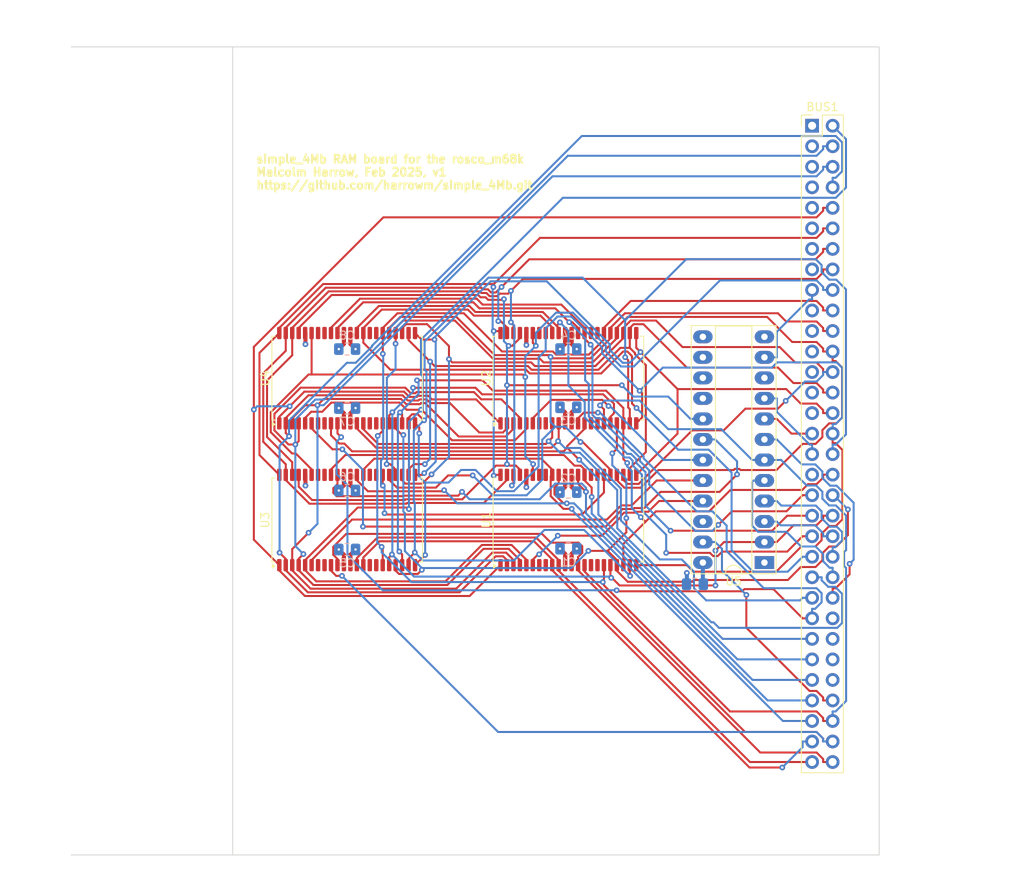
<source format=kicad_pcb>
(kicad_pcb (version 20240108) (generator "pcbnew") (generator_version "8.0")
  (layers (0 "F.Cu" signal) (1 "In1.Cu" power) (2 "In2.Cu" power) (31 "B.Cu" signal) (34 "B.Paste" user) (35 "F.Paste" user) (36 "B.SilkS" user "B.Silkscreen") (37 "F.SilkS" user "F.Silkscreen") (38 "B.Mask" user) (39 "F.Mask" user) (44 "Edge.Cuts" user))
  (net 0 "")
  (net 1 "+5V")
  (net 2 "GND")
  (net 3 "EXPSEL")
  (net 4 "A20")
  (net 5 "A21")
  (net 6 "A22")
  (net 7 "A23")
  (net 8 "A19")
  (net 9 "A17")
  (net 10 "A15")
  (net 11 "A13")
  (net 12 "A8")
  (net 13 "A7")
  (net 14 "A6")
  (net 15 "A5")
  (net 16 "A4")
  (net 17 "A3")
  (net 18 "A2")
  (net 19 "A1")
  (net 20 "D0")
  (net 21 "D1")
  (net 22 "D2")
  (net 23 "D3")
  (net 24 "D4")
  (net 25 "D5")
  (net 26 "D6")
  (net 27 "D7")
  (net 28 "IPL2")
  (net 29 "A11")
  (net 30 "WR")
  (net 31 "A12")
  (net 32 "A10")
  (net 33 "A9")
  (net 34 "A14")
  (net 36 "A18")
  (net 37 "A16")
  (net 46 "AS")
  (net 53 "D8")
  (net 54 "D9")
  (net 55 "D10")
  (net 56 "D11")
  (net 57 "D12")
  (net 58 "D13")
  (net 59 "D14")
  (net 60 "D15")
  (net 62 "RW")
  (net 63 "BG")
  (net 64 "BGACK")
  (net 65 "VPA")
  (net 66 "MFPIEO")
  (net 67 "FC0")
  (net 68 "BERR")
  (net 69 "RESET")
  (net 70 "FC1")
  (net 71 "IPL0")
  (net 72 "IOSEL")
  (net 73 "VMA")
  (net 74 "LDS")
  (net 75 "UDS")
  (net 76 "BR")
  (net 77 "E")
  (net 78 "IPL1")
  (net 79 "FC2")
  (net 80 "DTACK")
  (net 81 "CPUCLK")
  (net 82 "ODDRAMASEL")
  (net 83 "EVENRAMASEL")
  (net 88 "ODDRAMBSEL")
  (net 98 "EVENRAMBSEL")
  (net 105 "DTACK_ENABLE")
  (footprint "Connector_PinHeader_2.54mm:PinHeader_2x32_P2.54mm_Vertical" (layer "F.Cu") (at 191.7 59.76)
    (property "Reference" "BUS1")
    (property "Value" "Conn_02x32_Odd_Even")
  )
  (footprint "Package_DIP:DIP-24_W7.62mm_Socket_LongPads" (layer "F.Cu") (at 185.8 113.82 180)
    (property "Reference" "U5")
    (property "Value" "ATF22V10C-15PU")
  )
  (footprint "Package_SO:TSOP-II-44_10.16x18.41mm_P0.8mm" (layer "F.Cu") (at 134.1625 108.55 90)
    (property "Reference" "U3")
    (property "Value" "AS6C8008-55ZIN")
  )
  (footprint "Package_SO:TSOP-II-44_10.16x18.41mm_P0.8mm" (layer "F.Cu") (at 161.5375 91 90)
    (property "Reference" "U2")
    (property "Value" "AS6C8008-55ZIN")
  )
  (footprint "Package_SO:TSOP-II-44_10.16x18.41mm_P0.8mm" (layer "F.Cu") (at 134.1625 91 90)
    (property "Reference" "U4")
    (property "Value" "AS6C8008-55ZIN")
  )
  (footprint "Package_SO:TSOP-II-44_10.16x18.41mm_P0.8mm" (layer "F.Cu") (at 161.5375 108.55 90)
    (property "Reference" "U1")
    (property "Value" "AS6C8008-55ZIN")
  )
  (footprint "Capacitor_SMD:C_0805_2012Metric_Pad1.18x1.45mm_HandSolder" (layer "B.Cu") (at 134.1625 87.4 180)
    (property "Reference" "C8")
    (property "Value" "100nF")
  )
  (footprint "Capacitor_SMD:C_0805_2012Metric_Pad1.18x1.45mm_HandSolder" (layer "B.Cu") (at 161.5375 112.1)
    (property "Reference" "C1")
    (property "Value" "100nF")
  )
  (footprint "Capacitor_SMD:C_0805_2012Metric_Pad1.18x1.45mm_HandSolder" (layer "B.Cu") (at 134.1625 104.9 180)
    (property "Reference" "C6")
    (property "Value" "100nF")
  )
  (footprint "Capacitor_SMD:C_0805_2012Metric_Pad1.18x1.45mm_HandSolder" (layer "B.Cu") (at 161.5375 94.6)
    (property "Reference" "C3")
    (property "Value" "100nF")
  )
  (footprint "Capacitor_SMD:C_0805_2012Metric_Pad1.18x1.45mm_HandSolder" (layer "B.Cu") (at 161.5375 105.1 180)
    (property "Reference" "C2")
    (property "Value" "100nF")
  )
  (footprint "Capacitor_SMD:C_0805_2012Metric_Pad1.18x1.45mm_HandSolder" (layer "B.Cu") (at 134.1625 94.7)
    (property "Reference" "C7")
    (property "Value" "100nF")
  )
  (footprint "Capacitor_SMD:C_0805_2012Metric_Pad1.18x1.45mm_HandSolder" (layer "B.Cu") (at 161.5375 87.4 180)
    (property "Reference" "C4")
    (property "Value" "100nF")
  )
  (footprint "Capacitor_SMD:C_0805_2012Metric_Pad1.18x1.45mm_HandSolder" (layer "B.Cu") (at 134.1625 112.2)
    (property "Reference" "C5")
    (property "Value" "100nF")
  )
  (footprint "Capacitor_SMD:C_0805_2012Metric_Pad1.18x1.45mm_HandSolder" (layer "B.Cu") (at 177.2 116.5 180)
    (property "Reference" "C9" (hide yes))
    (property "Value" "100nF")
  )
  (gr_line (start 200 150) (end 200 50) (stroke (width 0.1)) (layer "Edge.Cuts"))
  (gr_line (start 100 50) (end 200 50) (stroke (width 0.1)) (layer "Edge.Cuts"))
  (gr_line (start 100 150) (end 200 150) (stroke (width 0.1)) (layer "Edge.Cuts"))
  (gr_line (start 120 50) (end 120 150) (stroke (width 0.1)) (layer "Edge.Cuts"))
  (gr_text "simple_4Mb RAM board for the rosco_m68k\nMalcolm Harrow, Feb 2025, v1\nhttps://github.com/harrowm/simple_4Mb.git" (at 122.8 67.7 0) (layer "F.SilkS") (effects (font (size 1 1) (thickness 0.25) (bold yes)) (justify left bottom)))
  (segment (start 156.338 86.5281) (end 156.338 86.1562) (width 0.5) (layer "F.Cu") (net 1))
  (segment (start 129 85.45) (end 128.962 85.4125) (width 0.5) (layer "F.Cu") (net 1))
  (segment (start 133.125 94.7) (end 133.762 95.3375) (width 0.5) (layer "F.Cu") (net 1))
  (segment (start 161.938 86.425) (end 161.9375 86.4245) (width 0.5) (layer "F.Cu") (net 1))
  (segment (start 161.138 95.575) (end 161.138 95.9125) (width 0.5) (layer "F.Cu") (net 1))
  (segment (start 161.138 112.738) (end 161.138 113.088) (width 0.5) (layer "F.Cu") (net 1))
  (segment (start 162.575 87.4) (end 161.938 86.7625) (width 0.5) (layer "F.Cu") (net 1))
  (segment (start 161.138 113.088) (end 161.138 113.438) (width 0.5) (layer "F.Cu") (net 1))
  (segment (start 134.562 86.7625) (end 134.562 86.425) (width 0.5) (layer "F.Cu") (net 1))
  (segment (start 134.562 103.937) (end 134.5625 103.9365) (width 0.5) (layer "F.Cu") (net 1))
  (segment (start 128.9625 102.9625) (end 128.962 102.962) (width 0.5) (layer "F.Cu") (net 1))
  (segment (start 156.338 86.5281) (end 156.3375 86.5276) (width 0.5) (layer "F.Cu") (net 1))
  (segment (start 161.9375 104.0865) (end 161.9375 102.9625) (width 0.5) (layer "F.Cu") (net 1))
  (segment (start 134.562 103.937) (end 134.562 103.612) (width 0.5) (layer "F.Cu") (net 1))
  (segment (start 133.762 95.65) (end 133.7625 95.6505) (width 0.5) (layer "F.Cu") (net 1))
  (segment (start 135.2 87.4) (end 134.562 86.7625) (width 0.5) (layer "F.Cu") (net 1))
  (segment (start 161.938 104.087) (end 161.9375 104.0865) (width 0.5) (layer "F.Cu") (net 1))
  (segment (start 129 103) (end 128.9625 102.9625) (width 0.5) (layer "F.Cu") (net 1))
  (segment (start 134.562 86.425) (end 134.5625 86.4245) (width 0.5) (layer "F.Cu") (net 1))
  (segment (start 161.938 86.7625) (end 161.938 86.425) (width 0.5) (layer "F.Cu") (net 1))
  (segment (start 133.762 113.163) (end 133.7625 113.1635) (width 0.5) (layer "F.Cu") (net 1))
  (segment (start 156.338 104.5) (end 156.338 104.1155) (width 0.5) (layer "F.Cu") (net 1))
  (segment (start 156.3375 104.115) (end 156.3375 102.9625) (width 0.5) (layer "F.Cu") (net 1))
  (segment (start 133.7625 95.6505) (end 133.7625 96.5875) (width 0.5) (layer "F.Cu") (net 1))
  (segment (start 161.138 95.575) (end 161.1375 95.5755) (width 0.5) (layer "F.Cu") (net 1))
  (segment (start 133.762 95.65) (end 133.762 95.9625) (width 0.5) (layer "F.Cu") (net 1))
  (segment (start 161.938 86.425) (end 161.938 86.0875) (width 0.5) (layer "F.Cu") (net 1))
  (segment (start 156.338 86.9) (end 156.338 86.5281) (width 0.5) (layer "F.Cu") (net 1))
  (segment (start 161.138 113.088) (end 161.1375 113.0885) (width 0.5) (layer "F.Cu") (net 1))
  (segment (start 161.938 104.462) (end 161.938 104.087) (width 0.5) (layer "F.Cu") (net 1))
  (segment (start 156.338 104.1155) (end 156.3375 104.115) (width 0.5) (layer "F.Cu") (net 1))
  (segment (start 133.125 112.2) (end 133.762 112.838) (width 0.5) (layer "F.Cu") (net 1))
  (segment (start 134.562 86.425) (end 134.562 86.0875) (width 0.5) (layer "F.Cu") (net 1))
  (segment (start 161.1375 95.5755) (end 161.1375 96.5875) (width 0.5) (layer "F.Cu") (net 1))
  (segment (start 161.138 95.2375) (end 161.138 95.575) (width 0.5) (layer "F.Cu") (net 1))
  (segment (start 161.9375 86.4245) (end 161.9375 85.4125) (width 0.5) (layer "F.Cu") (net 1))
  (segment (start 133.762 113.163) (end 133.762 113.488) (width 0.5) (layer "F.Cu") (net 1))
  (segment (start 156.3375 86.5276) (end 156.3375 85.4125) (width 0.5) (layer "F.Cu") (net 1))
  (segment (start 129 104.3) (end 129 103) (width 0.5) (layer "F.Cu") (net 1))
  (segment (start 162.575 105.1) (end 161.938 104.462) (width 0.5) (layer "F.Cu") (net 1))
  (segment (start 160.5 94.6) (end 161.138 95.2375) (width 0.5) (layer "F.Cu") (net 1))
  (segment (start 129 86.8) (end 129 85.45) (width 0.5) (layer "F.Cu") (net 1))
  (segment (start 134.562 104.262) (end 134.562 103.937) (width 0.5) (layer "F.Cu") (net 1))
  (segment (start 134.5625 86.4245) (end 134.5625 85.4125) (width 0.5) (layer "F.Cu") (net 1))
  (segment (start 160.5 112.1) (end 161.138 112.738) (width 0.5) (layer "F.Cu") (net 1))
  (segment (start 133.7625 113.1635) (end 133.7625 114.1375) (width 0.5) (layer "F.Cu") (net 1))
  (segment (start 133.762 95.3375) (end 133.762 95.65) (width 0.5) (layer "F.Cu") (net 1))
  (segment (start 134.5625 103.9365) (end 134.5625 102.9625) (width 0.5) (layer "F.Cu") (net 1))
  (segment (start 156.338 104.1155) (end 156.338 103.731) (width 0.5) (layer "F.Cu") (net 1))
  (segment (start 133.762 112.838) (end 133.762 113.163) (width 0.5) (layer "F.Cu") (net 1))
  (segment (start 135.2 104.9) (end 134.562 104.262) (width 0.5) (layer "F.Cu") (net 1))
  (segment (start 161.1375 113.0885) (end 161.1375 114.1375) (width 0.5) (layer "F.Cu") (net 1))
  (segment (start 161.938 104.087) (end 161.938 103.712) (width 0.5) (layer "F.Cu") (net 1))
  (via (at 156.338 104.5) (size 0.7) (drill 0.3) (layers "F.Cu" "B.Cu") (net 1))
  (via (at 133.125 94.7) (size 0.7) (drill 0.3) (layers "F.Cu" "B.Cu") (net 1))
  (via (at 133.125 112.2) (size 0.7) (drill 0.3) (layers "F.Cu" "B.Cu") (net 1))
  (via (at 129 104.3) (size 0.7) (drill 0.3) (layers "F.Cu" "B.Cu") (net 1))
  (via (at 162.575 87.4) (size 0.7) (drill 0.3) (layers "F.Cu" "B.Cu") (net 1))
  (via (at 160.5 94.6) (size 0.7) (drill 0.3) (layers "F.Cu" "B.Cu") (net 1))
  (via (at 135.2 104.9) (size 0.7) (drill 0.3) (layers "F.Cu" "B.Cu") (net 1))
  (via (at 156.338 86.9) (size 0.7) (drill 0.3) (layers "F.Cu" "B.Cu") (net 1))
  (via (at 135.2 87.4) (size 0.7) (drill 0.3) (layers "F.Cu" "B.Cu") (net 1))
  (via (at 162.575 105.1) (size 0.7) (drill 0.3) (layers "F.Cu" "B.Cu") (net 1))
  (via (at 160.5 112.1) (size 0.7) (drill 0.3) (layers "F.Cu" "B.Cu") (net 1))
  (via (at 129 86.8) (size 0.7) (drill 0.3) (layers "F.Cu" "B.Cu") (net 1))
  (segment (start 178.2375 116.4995) (end 178.2375 116.5) (width 0.5) (layer "B.Cu") (net 1))
  (segment (start 178.2375 116.4995) (end 178.238 116.5) (width 0.5) (layer "B.Cu") (net 1))
  (segment (start 178.18 113.82) (end 178.18 116.442) (width 0.5) (layer "B.Cu") (net 1))
  (segment (start 178.18 116.442) (end 178.2375 116.4995) (width 0.5) (layer "B.Cu") (net 1))
  (segment (start 134.562 95.65) (end 134.562 95.9625) (width 0.5) (layer "F.Cu") (net 2))
  (segment (start 161.938 112.738) (end 161.938 113.088) (width 0.5) (layer "F.Cu") (net 2))
  (segment (start 161.1375 104.0865) (end 161.1375 102.9625) (width 0.5) (layer "F.Cu") (net 2))
  (segment (start 161.9375 113.0885) (end 161.9375 114.1375) (width 0.5) (layer "F.Cu") (net 2))
  (segment (start 133.7625 103.9365) (end 133.7625 102.9625) (width 0.5) (layer "F.Cu") (net 2))
  (segment (start 162.575 112.1) (end 161.938 112.738) (width 0.5) (layer "F.Cu") (net 2))
  (segment (start 161.938 95.575) (end 161.938 95.9125) (width 0.5) (layer "F.Cu") (net 2))
  (segment (start 133.762 86.425) (end 133.7625 86.4245) (width 0.5) (layer "F.Cu") (net 2))
  (segment (start 161.138 104.087) (end 161.1375 104.0865) (width 0.5) (layer "F.Cu") (net 2))
  (segment (start 133.762 86.7625) (end 133.762 86.425) (width 0.5) (layer "F.Cu") (net 2))
  (segment (start 161.938 95.2375) (end 161.938 95.575) (width 0.5) (layer "F.Cu") (net 2))
  (segment (start 162.575 94.6) (end 161.938 95.2375) (width 0.5) (layer "F.Cu") (net 2))
  (segment (start 133.125 87.4) (end 133.762 86.7625) (width 0.5) (layer "F.Cu") (net 2))
  (segment (start 161.138 86.425) (end 161.1375 86.4245) (width 0.5) (layer "F.Cu") (net 2))
  (segment (start 160.5 105.1) (end 161.138 104.462) (width 0.5) (layer "F.Cu") (net 2))
  (segment (start 135.2 112.2) (end 134.562 112.838) (width 0.5) (layer "F.Cu") (net 2))
  (segment (start 133.762 103.937) (end 133.762 103.612) (width 0.5) (layer "F.Cu") (net 2))
  (segment (start 161.9375 95.5755) (end 161.9375 96.5875) (width 0.5) (layer "F.Cu") (net 2))
  (segment (start 134.562 95.65) (end 134.5625 95.6505) (width 0.5) (layer "F.Cu") (net 2))
  (segment (start 135.2 94.7) (end 134.562 95.3375) (width 0.5) (layer "F.Cu") (net 2))
  (segment (start 134.562 113.163) (end 134.562 113.488) (width 0.5) (layer "F.Cu") (net 2))
  (segment (start 161.138 104.087) (end 161.138 103.712) (width 0.5) (layer "F.Cu") (net 2))
  (segment (start 161.138 86.7625) (end 161.138 86.425) (width 0.5) (layer "F.Cu") (net 2))
  (segment (start 134.562 112.838) (end 134.562 113.163) (width 0.5) (layer "F.Cu") (net 2))
  (segment (start 161.1375 86.4245) (end 161.1375 85.4125) (width 0.5) (layer "F.Cu") (net 2))
  (segment (start 161.938 95.575) (end 161.9375 95.5755) (width 0.5) (layer "F.Cu") (net 2))
  (segment (start 134.562 95.3375) (end 134.562 95.65) (width 0.5) (layer "F.Cu") (net 2))
  (segment (start 161.138 104.462) (end 161.138 104.087) (width 0.5) (layer "F.Cu") (net 2))
  (segment (start 161.138 86.425) (end 161.138 86.0875) (width 0.5) (layer "F.Cu") (net 2))
  (segment (start 134.5625 113.1635) (end 134.5625 114.1375) (width 0.5) (layer "F.Cu") (net 2))
  (segment (start 134.5625 95.6505) (end 134.5625 96.5875) (width 0.5) (layer "F.Cu") (net 2))
  (segment (start 134.562 113.163) (end 134.5625 113.1635) (width 0.5) (layer "F.Cu") (net 2))
  (segment (start 160.5 87.4) (end 161.138 86.7625) (width 0.5) (layer "F.Cu") (net 2))
  (segment (start 133.7625 86.4245) (end 133.7625 85.4125) (width 0.5) (layer "F.Cu") (net 2))
  (segment (start 133.762 86.425) (end 133.762 86.0875) (width 0.5) (layer "F.Cu") (net 2))
  (segment (start 161.938 113.088) (end 161.9375 113.0885) (width 0.5) (layer "F.Cu") (net 2))
  (segment (start 133.762 104.262) (end 133.762 103.937) (width 0.5) (layer "F.Cu") (net 2))
  (segment (start 133.125 104.9) (end 133.762 104.262) (width 0.5) (layer "F.Cu") (net 2))
  (segment (start 133.762 103.937) (end 133.7625 103.9365) (width 0.5) (layer "F.Cu") (net 2))
  (segment (start 161.938 113.088) (end 161.938 113.438) (width 0.5) (layer "F.Cu") (net 2))
  (via (at 162.575 94.6) (size 0.7) (drill 0.3) (layers "F.Cu" "B.Cu") (net 2))
  (via (at 176.2 115.1) (size 0.7) (drill 0.3) (layers "F.Cu" "B.Cu") (net 2))
  (via (at 160.5 87.4) (size 0.7) (drill 0.3) (layers "F.Cu" "B.Cu") (net 2))
  (via (at 135.2 94.7) (size 0.7) (drill 0.3) (layers "F.Cu" "B.Cu") (net 2))
  (via (at 133.125 104.9) (size 0.7) (drill 0.3) (layers "F.Cu" "B.Cu") (net 2))
  (via (at 160.5 105.1) (size 0.7) (drill 0.3) (layers "F.Cu" "B.Cu") (net 2))
  (via (at 162.575 112.1) (size 0.7) (drill 0.3) (layers "F.Cu" "B.Cu") (net 2))
  (via (at 135.2 112.2) (size 0.7) (drill 0.3) (layers "F.Cu" "B.Cu") (net 2))
  (via (at 133.125 87.4) (size 0.7) (drill 0.3) (layers "F.Cu" "B.Cu") (net 2))
  (segment (start 176.1625 116.4995) (end 176.162 116.5) (width 0.5) (layer "B.Cu") (net 2))
  (segment (start 176.2 115.1) (end 176.2 116.462) (width 0.5) (layer "B.Cu") (net 2))
  (segment (start 176.2 116.462) (end 176.1625 116.4995) (width 0.5) (layer "B.Cu") (net 2))
  (segment (start 176.1625 116.4995) (end 176.1625 116.5) (width 0.5) (layer "B.Cu") (net 2))
  (segment (start 185.8 88.42) (end 187.3267 88.42) (width 0.25) (layer "B.Cu") (net 3))
  (segment (start 191.3322 81.2567) (end 187.3267 85.2622) (width 0.25) (layer "B.Cu") (net 3))
  (segment (start 187.3267 85.2622) (end 187.3267 88.42) (width 0.25) (layer "B.Cu") (net 3))
  (segment (start 191.7 81.2567) (end 191.3322 81.2567) (width 0.25) (layer "B.Cu") (net 3))
  (segment (start 191.7 80.08) (end 191.7 81.2567) (width 0.25) (layer "B.Cu") (net 3))
  (segment (start 166.7375 115.6063) (end 166.8341 115.7029) (width 0.25) (layer "F.Cu") (net 4))
  (segment (start 180.7963 111.28) (end 179.7374 112.3389) (width 0.25) (layer "F.Cu") (net 4))
  (segment (start 166.6217 93.7709) (end 165.8501 92.9993) (width 0.25) (layer "F.Cu") (net 4))
  (segment (start 192.2544 109.1967) (end 193.0633 108.3878) (width 0.25) (layer "F.Cu") (net 4))
  (segment (start 187.3267 111.28) (end 189.41 109.1967) (width 0.25) (layer "F.Cu") (net 4))
  (segment (start 167.1783 94.1673) (end 166.7819 93.7709) (width 0.25) (layer "F.Cu") (net 4))
  (segment (start 167.87 116.6518) (end 166.9211 115.7029) (width 0.25) (layer "F.Cu") (net 4))
  (segment (start 186.5634 111.28) (end 185.8 111.28) (width 0.25) (layer "F.Cu") (net 4))
  (segment (start 193.0633 108.3878) (end 193.0633 108.02) (width 0.25) (layer "F.Cu") (net 4))
  (segment (start 166.7819 93.7709) (end 166.6217 93.7709) (width 0.25) (layer "F.Cu") (net 4))
  (segment (start 150.0529 92.1862) (end 142.316 92.1862) (width 0.25) (layer "F.Cu") (net 4))
  (segment (start 166.7375 95.7762) (end 167.1783 95.3354) (width 0.25) (layer "F.Cu") (net 4))
  (segment (start 166.9211 115.7029) (end 166.8341 115.7029) (width 0.25) (layer "F.Cu") (net 4))
  (segment (start 185.8 111.28) (end 180.7963 111.28) (width 0.25) (layer "F.Cu") (net 4))
  (segment (start 179.739 116.6518) (end 167.87 116.6518) (width 0.25) (layer "F.Cu") (net 4))
  (segment (start 167.1783 95.3354) (end 167.1783 94.1673) (width 0.25) (layer "F.Cu") (net 4))
  (segment (start 139.3625 114.1375) (end 139.3625 113.156) (width 0.25) (layer "F.Cu") (net 4))
  (segment (start 165.8501 92.9993) (end 150.866 92.9993) (width 0.25) (layer "F.Cu") (net 4))
  (segment (start 189.41 109.1967) (end 192.2544 109.1967) (width 0.25) (layer "F.Cu") (net 4))
  (segment (start 139.3625 96.5875) (end 139.3625 95.6037) (width 0.25) (layer "F.Cu") (net 4))
  (segment (start 166.7375 96.5875) (end 166.7375 95.7762) (width 0.25) (layer "F.Cu") (net 4))
  (segment (start 150.866 92.9993) (end 150.0529 92.1862) (width 0.25) (layer "F.Cu") (net 4))
  (segment (start 139.3625 95.6037) (end 139.7532 95.213) (width 0.25) (layer "F.Cu") (net 4))
  (segment (start 139.3625 113.156) (end 139.7022 112.8163) (width 0.25) (layer "F.Cu") (net 4))
  (segment (start 194.24 108.02) (end 193.0633 108.02) (width 0.25) (layer "F.Cu") (net 4))
  (segment (start 186.5634 111.28) (end 187.3267 111.28) (width 0.25) (layer "F.Cu") (net 4))
  (segment (start 166.7375 114.1375) (end 166.7375 115.6063) (width 0.25) (layer "F.Cu") (net 4))
  (via (at 179.739 116.6518) (size 0.7) (drill 0.3) (layers "F.Cu" "B.Cu") (net 4))
  (via (at 142.316 92.1862) (size 0.7) (drill 0.3) (layers "F.Cu" "B.Cu") (net 4))
  (via (at 166.8341 115.7029) (size 0.7) (drill 0.3) (layers "F.Cu" "B.Cu") (net 4))
  (via (at 139.7532 95.213) (size 0.7) (drill 0.3) (layers "F.Cu" "B.Cu") (net 4))
  (via (at 179.7374 112.3389) (size 0.7) (drill 0.3) (layers "F.Cu" "B.Cu") (net 4))
  (via (at 139.7022 112.8163) (size 0.7) (drill 0.3) (layers "F.Cu" "B.Cu") (net 4))
  (segment (start 139.7532 95.213) (end 139.7532 112.7653) (width 0.25) (layer "B.Cu") (net 4))
  (segment (start 139.7532 112.7653) (end 139.7022 112.8163) (width 0.25) (layer "B.Cu") (net 4))
  (segment (start 179.7374 112.3389) (end 179.739 112.3405) (width 0.25) (layer "B.Cu") (net 4))
  (segment (start 139.7532 95.213) (end 142.316 92.6502) (width 0.25) (layer "B.Cu") (net 4))
  (segment (start 166.6845 115.5533) (end 142.4392 115.5533) (width 0.25) (layer "B.Cu") (net 4))
  (segment (start 142.4392 115.5533) (end 139.7022 112.8163) (width 0.25) (layer "B.Cu") (net 4))
  (segment (start 179.739 112.3405) (end 179.739 116.6518) (width 0.25) (layer "B.Cu") (net 4))
  (segment (start 166.8341 115.7029) (end 166.6845 115.5533) (width 0.25) (layer "B.Cu") (net 4))
  (segment (start 142.316 92.6502) (end 142.316 92.1862) (width 0.25) (layer "B.Cu") (net 4))
  (segment (start 194.24 110.56) (end 193.0633 110.56) (width 0.25) (layer "B.Cu") (net 5))
  (segment (start 185.8 108.74) (end 187.3267 108.74) (width 0.25) (layer "B.Cu") (net 5))
  (segment (start 193.0633 110.1922) (end 192.078 109.2069) (width 0.25) (layer "B.Cu") (net 5))
  (segment (start 193.0633 110.56) (end 193.0633 110.1922) (width 0.25) (layer "B.Cu") (net 5))
  (segment (start 187.7936 109.2069) (end 187.3267 108.74) (width 0.25) (layer "B.Cu") (net 5))
  (segment (start 192.078 109.2069) (end 187.7936 109.2069) (width 0.25) (layer "B.Cu") (net 5))
  (segment (start 192.8767 108.3356) (end 193.9244 109.3833) (width 0.25) (layer "B.Cu") (net 6))
  (segment (start 195.4167 110.0415) (end 195.4167 111.0678) (width 0.25) (layer "B.Cu") (net 6))
  (segment (start 194.5612 111.9233) (end 194.24 111.9233) (width 0.25) (layer "B.Cu") (net 6))
  (segment (start 194.24 113.1) (end 194.24 111.9233) (width 0.25) (layer "B.Cu") (net 6))
  (segment (start 187.3267 106.2) (end 187.8921 106.7654) (width 0.25) (layer "B.Cu") (net 6))
  (segment (start 192.8767 107.4872) (end 192.8767 108.3356) (width 0.25) (layer "B.Cu") (net 6))
  (segment (start 195.4167 111.0678) (end 194.5612 111.9233) (width 0.25) (layer "B.Cu") (net 6))
  (segment (start 185.8 106.2) (end 187.3267 106.2) (width 0.25) (layer "B.Cu") (net 6))
  (segment (start 187.8921 106.7654) (end 192.1549 106.7654) (width 0.25) (layer "B.Cu") (net 6))
  (segment (start 194.7585 109.3833) (end 195.4167 110.0415) (width 0.25) (layer "B.Cu") (net 6))
  (segment (start 193.9244 109.3833) (end 194.7585 109.3833) (width 0.25) (layer "B.Cu") (net 6))
  (segment (start 192.1549 106.7654) (end 192.8767 107.4872) (width 0.25) (layer "B.Cu") (net 6))
  (segment (start 184.4604 103.66) (end 184.2732 103.8472) (width 0.25) (layer "B.Cu") (net 7))
  (segment (start 190.3366 111.83) (end 192.1308 111.83) (width 0.25) (layer "B.Cu") (net 7))
  (segment (start 193.0633 113.6544) (end 193.8722 114.4633) (width 0.25) (layer "B.Cu") (net 7))
  (segment (start 194.24 115.64) (end 194.24 114.4633) (width 0.25) (layer "B.Cu") (net 7))
  (segment (start 193.8722 114.4633) (end 194.24 114.4633) (width 0.25) (layer "B.Cu") (net 7))
  (segment (start 188.5166 110.01) (end 190.3366 111.83) (width 0.25) (layer "B.Cu") (net 7))
  (segment (start 192.1308 111.83) (end 193.0633 112.7625) (width 0.25) (layer "B.Cu") (net 7))
  (segment (start 184.2732 103.8472) (end 184.2732 109.2615) (width 0.25) (layer "B.Cu") (net 7))
  (segment (start 185.8 103.66) (end 184.4604 103.66) (width 0.25) (layer "B.Cu") (net 7))
  (segment (start 184.2732 109.2615) (end 185.0217 110.01) (width 0.25) (layer "B.Cu") (net 7))
  (segment (start 185.0217 110.01) (end 188.5166 110.01) (width 0.25) (layer "B.Cu") (net 7))
  (segment (start 193.0633 112.7625) (end 193.0633 113.6544) (width 0.25) (layer "B.Cu") (net 7))
  (segment (start 140.1625 114.1375) (end 140.1625 114.8176) (width 0.25) (layer "F.Cu") (net 8))
  (segment (start 167.5375 114.1375) (end 167.5375 113.5027) (width 0.25) (layer "F.Cu") (net 8))
  (segment (start 167.5375 114.1375) (end 167.5375 114.8422) (width 0.25) (layer "F.Cu") (net 8))
  (segment (start 168.7091 110.0671) (end 168.7091 108.3217) (width 0.25) (layer "F.Cu") (net 8))
  (segment (start 168.8879 116.1926) (end 176.8446 116.1926) (width 0.25) (layer "F.Cu") (net 8))
  (segment (start 190.3017 114.37) (end 192.1308 114.37) (width 0.25) (layer "F.Cu") (net 8))
  (segment (start 192.1308 114.37) (end 192.9736 113.5272) (width 0.25) (layer "F.Cu") (net 8))
  (segment (start 167.5375 99.7385) (end 167.5375 96.5875) (width 0.25) (layer "F.Cu") (net 8))
  (segment (start 196.1288 110.4146) (end 196.1288 107.2443) (width 0.25) (layer "F.Cu") (net 8))
  (segment (start 166.4055 112.3707) (end 168.7091 110.0671) (width 0.25) (layer "F.Cu") (net 8))
  (segment (start 177.0622 115.975) (end 188.6967 115.975) (width 0.25) (layer "F.Cu") (net 8))
  (segment (start 193.811 111.83) (end 194.7134 111.83) (width 0.25) (layer "F.Cu") (net 8))
  (segment (start 166.4055 112.3707) (end 164.0087 112.3707) (width 0.25) (layer "F.Cu") (net 8))
  (segment (start 194.7134 111.83) (end 196.1288 110.4146) (width 0.25) (layer "F.Cu") (net 8))
  (segment (start 167.5375 114.8422) (end 168.8879 116.1926) (width 0.25) (layer "F.Cu") (net 8))
  (segment (start 140.1625 114.8176) (end 140.5721 115.2272) (width 0.25) (layer "F.Cu") (net 8))
  (segment (start 140.5721 115.2272) (end 142.8962 115.2272) (width 0.25) (layer "F.Cu") (net 8))
  (segment (start 176.8446 116.1926) (end 177.0622 115.975) (width 0.25) (layer "F.Cu") (net 8))
  (segment (start 140.1625 97.2413) (end 140.9431 98.0219) (width 0.25) (layer "F.Cu") (net 8))
  (segment (start 192.9736 113.5272) (end 192.9736 112.6674) (width 0.25) (layer "F.Cu") (net 8))
  (segment (start 140.9431 98.0219) (end 141.1188 98.0219) (width 0.25) (layer "F.Cu") (net 8))
  (segment (start 140.1625 96.5875) (end 140.1625 97.2413) (width 0.25) (layer "F.Cu") (net 8))
  (segment (start 142.8962 115.2272) (end 143.4026 114.7208) (width 0.25) (layer "F.Cu") (net 8))
  (segment (start 188.6967 115.975) (end 190.3017 114.37) (width 0.25) (layer "F.Cu") (net 8))
  (segment (start 166.9709 100.3051) (end 167.5375 99.7385) (width 0.25) (layer "F.Cu") (net 8))
  (segment (start 167.5375 113.5027) (end 166.4055 112.3707) (width 0.25) (layer "F.Cu") (net 8))
  (segment (start 192.9736 112.6674) (end 193.811 111.83) (width 0.25) (layer "F.Cu") (net 8))
  (via (at 196.1288 107.2443) (size 0.7) (drill 0.3) (layers "F.Cu" "B.Cu") (net 8))
  (via (at 143.4026 114.7208) (size 0.7) (drill 0.3) (layers "F.Cu" "B.Cu") (net 8))
  (via (at 168.7091 108.3217) (size 0.7) (drill 0.3) (layers "F.Cu" "B.Cu") (net 8))
  (via (at 166.9709 100.3051) (size 0.7) (drill 0.3) (layers "F.Cu" "B.Cu") (net 8))
  (via (at 141.1188 98.0219) (size 0.7) (drill 0.3) (layers "F.Cu" "B.Cu") (net 8))
  (via (at 164.0087 112.3707) (size 0.7) (drill 0.3) (layers "F.Cu" "B.Cu") (net 8))
  (segment (start 166.9709 100.3051) (end 166.9709 101.7692) (width 0.25) (layer "B.Cu") (net 8))
  (segment (start 143.4026 114.4945) (end 141.3028 112.3947) (width 0.25) (layer "B.Cu") (net 8))
  (segment (start 168.7091 103.5074) (end 168.7091 108.3217) (width 0.25) (layer "B.Cu") (net 8))
  (segment (start 166.9709 101.7692) (end 168.7091 103.5074) (width 0.25) (layer "B.Cu") (net 8))
  (segment (start 194.3645 105.48) (end 196.1288 107.2443) (width 0.25) (layer "B.Cu") (net 8))
  (segment (start 143.4026 114.4945) (end 161.8849 114.4945) (width 0.25) (layer "B.Cu") (net 8))
  (segment (start 141.3028 107.6978) (end 141.1188 107.5138) (width 0.25) (layer "B.Cu") (net 8))
  (segment (start 143.4026 114.4945) (end 143.4026 114.7208) (width 0.25) (layer "B.Cu") (net 8))
  (segment (start 194.24 105.48) (end 194.3645 105.48) (width 0.25) (layer "B.Cu") (net 8))
  (segment (start 141.1188 107.5138) (end 141.1188 98.0219) (width 0.25) (layer "B.Cu") (net 8))
  (segment (start 161.8849 114.4945) (end 164.0087 112.3707) (width 0.25) (layer "B.Cu") (net 8))
  (segment (start 141.3028 112.3947) (end 141.3028 107.6978) (width 0.25) (layer "B.Cu") (net 8))
  (segment (start 141.7625 113.3382) (end 142.5341 112.5666) (width 0.25) (layer "F.Cu") (net 9))
  (segment (start 142.9025 95.4682) (end 143.6473 96.213) (width 0.25) (layer "F.Cu") (net 9))
  (segment (start 168.9382 94.6191) (end 169.1375 94.8184) (width 0.25) (layer "F.Cu") (net 9))
  (segment (start 141.7625 96.5875) (end 141.7625 95.8975) (width 0.25) (layer "F.Cu") (net 9))
  (segment (start 142.1918 95.4682) (end 142.9025 95.4682) (width 0.25) (layer "F.Cu") (net 9))
  (segment (start 141.7625 95.8975) (end 142.1918 95.4682) (width 0.25) (layer "F.Cu") (net 9))
  (segment (start 168.9382 88.7767) (end 168.9382 94.6191) (width 0.25) (layer "F.Cu") (net 9))
  (segment (start 169.1375 94.8184) (end 169.1375 96.5875) (width 0.25) (layer "F.Cu") (net 9))
  (segment (start 143.6473 96.213) (end 143.6779 96.213) (width 0.25) (layer "F.Cu") (net 9))
  (segment (start 169.1776 115.4735) (end 169.1375 115.4334) (width 0.25) (layer "F.Cu") (net 9))
  (segment (start 168.5668 88.4053) (end 168.9382 88.7767) (width 0.25) (layer "F.Cu") (net 9))
  (segment (start 169.1375 115.4334) (end 169.1375 114.1375) (width 0.25) (layer "F.Cu") (net 9))
  (segment (start 141.7625 114.1375) (end 141.7625 113.3382) (width 0.25) (layer "F.Cu") (net 9))
  (via (at 142.5341 112.5666) (size 0.7) (drill 0.3) (layers "F.Cu" "B.Cu") (net 9))
  (via (at 168.5668 88.4053) (size 0.7) (drill 0.3) (layers "F.Cu" "B.Cu") (net 9))
  (via (at 169.1776 115.4735) (size 0.7) (drill 0.3) (layers "F.Cu" "B.Cu") (net 9))
  (via (at 143.6779 96.213) (size 0.7) (drill 0.3) (layers "F.Cu" "B.Cu") (net 9))
  (segment (start 192.1395 76.2715) (end 176.1272 76.2715) (width 0.25) (layer "B.Cu") (net 9))
  (segment (start 194.689 78.8101) (end 193.8204 78.8101) (width 0.25) (layer "B.Cu") (net 9))
  (segment (start 194.24 100.4) (end 194.24 99.2233) (width 0.25) (layer "B.Cu") (net 9))
  (segment (start 192.8767 77.0087) (end 192.1395 76.2715) (width 0.25) (layer "B.Cu") (net 9))
  (segment (start 192.8767 77.8664) (end 192.8767 77.0087) (width 0.25) (layer "B.Cu") (net 9))
  (segment (start 142.4088 106.2714) (end 142.5341 106.3967) (width 0.25) (layer "B.Cu") (net 9))
  (segment (start 142.5341 106.3967) (end 142.5341 112.5666) (width 0.25) (layer "B.Cu") (net 9))
  (segment (start 176.1272 76.2715) (end 168.5668 83.8319) (width 0.25) (layer "B.Cu") (net 9))
  (segment (start 143.9736 90.1669) (end 143.9736 95.9173) (width 0.25) (layer "B.Cu") (net 9))
  (segment (start 195.8843 97.9601) (end 195.8843 80.0054) (width 0.25) (layer "B.Cu") (net 9))
  (segment (start 142.4088 97.4821) (end 142.4088 106.2714) (width 0.25) (layer "B.Cu") (net 9))
  (segment (start 143.6779 96.213) (end 142.4088 97.4821) (width 0.25) (layer "B.Cu") (net 9))
  (segment (start 163.4834 109.7793) (end 169.1776 115.4735) (width 0.25) (layer "B.Cu") (net 9))
  (segment (start 143.7463 86.4601) (end 143.7463 89.9396) (width 0.25) (layer "B.Cu") (net 9))
  (segment (start 143.5287 113.5612) (end 154.7904 113.5612) (width 0.25) (layer "B.Cu") (net 9))
  (segment (start 194.6211 99.2233) (end 195.8843 97.9601) (width 0.25) (layer "B.Cu") (net 9))
  (segment (start 163.2931 78.5582) (end 151.6482 78.5582) (width 0.25) (layer "B.Cu") (net 9))
  (segment (start 154.7904 113.5612) (end 158.5723 109.7793) (width 0.25) (layer "B.Cu") (net 9))
  (segment (start 194.24 99.2233) (end 194.6211 99.2233) (width 0.25) (layer "B.Cu") (net 9))
  (segment (start 142.5341 112.5666) (end 143.5287 113.5612) (width 0.25) (layer "B.Cu") (net 9))
  (segment (start 151.6482 78.5582) (end 143.7463 86.4601) (width 0.25) (layer "B.Cu") (net 9))
  (segment (start 195.8843 80.0054) (end 194.689 78.8101) (width 0.25) (layer "B.Cu") (net 9))
  (segment (start 168.5668 83.8319) (end 168.5668 88.4053) (width 0.25) (layer "B.Cu") (net 9))
  (segment (start 168.5668 83.8319) (end 163.2931 78.5582) (width 0.25) (layer "B.Cu") (net 9))
  (segment (start 143.7463 89.9396) (end 143.9736 90.1669) (width 0.25) (layer "B.Cu") (net 9))
  (segment (start 193.8204 78.8101) (end 192.8767 77.8664) (width 0.25) (layer "B.Cu") (net 9))
  (segment (start 143.9736 95.9173) (end 143.6779 96.213) (width 0.25) (layer "B.Cu") (net 9))
  (segment (start 158.5723 109.7793) (end 163.4834 109.7793) (width 0.25) (layer "B.Cu") (net 9))
  (segment (start 188.4945 92.3496) (end 190.2882 94.1433) (width 0.25) (layer "F.Cu") (net 10))
  (segment (start 190.2882 94.1433) (end 192.2544 94.1433) (width 0.25) (layer "F.Cu") (net 10))
  (segment (start 170.4673 87.767) (end 169.9375 87.2372) (width 0.25) (layer "F.Cu") (net 10))
  (segment (start 175.0465 92.3496) (end 170.4673 87.7704) (width 0.25) (layer "F.Cu") (net 10))
  (segment (start 143.4855 102.9625) (end 143.7013 102.7467) (width 0.25) (layer "F.Cu") (net 10))
  (segment (start 193.0633 94.9522) (end 193.0633 95.32) (width 0.25) (layer "F.Cu") (net 10))
  (segment (start 169.9375 87.2372) (end 169.9375 85.4125) (width 0.25) (layer "F.Cu") (net 10))
  (segment (start 194.24 95.32) (end 193.0633 95.32) (width 0.25) (layer "F.Cu") (net 10))
  (segment (start 175.0465 97.8535) (end 175.0465 92.3496) (width 0.25) (layer "F.Cu") (net 10))
  (segment (start 142.5625 85.4125) (end 143.3716 86.2216) (width 0.25) (layer "F.Cu") (net 10))
  (segment (start 175.0465 92.3496) (end 188.4945 92.3496) (width 0.25) (layer "F.Cu") (net 10))
  (segment (start 142.5625 102.9625) (end 143.4855 102.9625) (width 0.25) (layer "F.Cu") (net 10))
  (segment (start 143.3716 86.2216) (end 144.9682 86.2216) (width 0.25) (layer "F.Cu") (net 10))
  (segment (start 192.2544 94.1433) (end 193.0633 94.9522) (width 0.25) (layer "F.Cu") (net 10))
  (segment (start 169.9375 102.9625) (end 175.0465 97.8535) (width 0.25) (layer "F.Cu") (net 10))
  (segment (start 170.4673 87.7704) (end 170.4673 87.767) (width 0.25) (layer "F.Cu") (net 10))
  (via (at 143.7013 102.7467) (size 0.7) (drill 0.3) (layers "F.Cu" "B.Cu") (net 10))
  (via (at 170.4673 87.767) (size 0.7) (drill 0.3) (layers "F.Cu" "B.Cu") (net 10))
  (via (at 144.9682 86.2216) (size 0.7) (drill 0.3) (layers "F.Cu" "B.Cu") (net 10))
  (segment (start 166.6719 87.5048) (end 168.2591 89.092) (width 0.25) (layer "B.Cu") (net 10))
  (segment (start 158.8611 79.0132) (end 166.6719 86.824) (width 0.25) (layer "B.Cu") (net 10))
  (segment (start 145.1183 86.3717) (end 144.9682 86.2216) (width 0.25) (layer "B.Cu") (net 10))
  (segment (start 144.9682 85.9594) (end 151.9144 79.0132) (width 0.25) (layer "B.Cu") (net 10))
  (segment (start 143.7013 102.7467) (end 145.1183 101.3297) (width 0.25) (layer "B.Cu") (net 10))
  (segment (start 145.1183 101.3297) (end 145.1183 86.3717) (width 0.25) (layer "B.Cu") (net 10))
  (segment (start 168.2591 89.092) (end 169.1423 89.092) (width 0.25) (layer "B.Cu") (net 10))
  (segment (start 144.9682 86.2216) (end 144.9682 85.9594) (width 0.25) (layer "B.Cu") (net 10))
  (segment (start 151.9144 79.0132) (end 158.8611 79.0132) (width 0.25) (layer "B.Cu") (net 10))
  (segment (start 166.6719 86.824) (end 166.6719 87.5048) (width 0.25) (layer "B.Cu") (net 10))
  (segment (start 169.1423 89.092) (end 170.4673 87.767) (width 0.25) (layer "B.Cu") (net 10))
  (segment (start 168.3375 84.7801) (end 169.2471 83.8705) (width 0.25) (layer "F.Cu") (net 11))
  (segment (start 140.9625 85.4125) (end 140.9625 84.7927) (width 0.25) (layer "F.Cu") (net 11))
  (segment (start 180.7646 97.4533) (end 176.8665 97.4533) (width 0.25) (layer "F.Cu") (net 11))
  (segment (start 141.4336 84.3216) (end 144.0552 84.3216) (width 0.25) (layer "F.Cu") (net 11))
  (segment (start 183.4479 94.77) (end 180.7646 97.4533) (width 0.25) (layer "F.Cu") (net 11))
  (segment (start 193.0633 89.8722) (end 193.0633 90.24) (width 0.25) (layer "F.Cu") (net 11))
  (segment (start 187.698 87.15) (end 189.6113 89.0633) (width 0.25) (layer "F.Cu") (net 11))
  (segment (start 156.9391 89.0487) (end 157.3922 89.5018) (width 0.25) (layer "F.Cu") (net 11))
  (segment (start 192.2544 89.0633) (end 193.0633 89.8722) (width 0.25) (layer "F.Cu") (net 11))
  (segment (start 146.7581 87.0245) (end 146.7581 88.6409) (width 0.25) (layer "F.Cu") (net 11))
  (segment (start 168.8334 104.0792) (end 168.3375 103.5833) (width 0.25) (layer "F.Cu") (net 11))
  (segment (start 144.0552 84.3216) (end 146.7581 87.0245) (width 0.25) (layer "F.Cu") (net 11))
  (segment (start 188.4319 93.8073) (end 187.4692 94.77) (width 0.25) (layer "F.Cu") (net 11))
  (segment (start 175.6615 87.15) (end 187.698 87.15) (width 0.25) (layer "F.Cu") (net 11))
  (segment (start 147.1659 89.0487) (end 156.9391 89.0487) (width 0.25) (layer "F.Cu") (net 11))
  (segment (start 141.3721 104.0522) (end 143.4561 104.0522) (width 0.25) (layer "F.Cu") (net 11))
  (segment (start 140.9625 102.9625) (end 140.9625 103.6426) (width 0.25) (layer "F.Cu") (net 11))
  (segment (start 176.8665 97.4533) (end 170.2406 104.0792) (width 0.25) (layer "F.Cu") (net 11))
  (segment (start 164.8779 89.5018) (end 168.3375 86.0422) (width 0.25) (layer "F.Cu") (net 11))
  (segment (start 143.4561 104.0522) (end 144.6031 102.9052) (width 0.25) (layer "F.Cu") (net 11))
  (segment (start 146.7581 88.6409) (end 147.1659 89.0487) (width 0.25) (layer "F.Cu") (net 11))
  (segment (start 168.3375 86.0422) (end 168.3375 85.4125) (width 0.25) (layer "F.Cu") (net 11))
  (segment (start 168.3375 103.5833) (end 168.3375 102.9625) (width 0.25) (layer "F.Cu") (net 11))
  (segment (start 194.24 90.24) (end 193.0633 90.24) (width 0.25) (layer "F.Cu") (net 11))
  (segment (start 140.9625 103.6426) (end 141.3721 104.0522) (width 0.25) (layer "F.Cu") (net 11))
  (segment (start 168.3375 85.4125) (end 168.3375 84.7801) (width 0.25) (layer "F.Cu") (net 11))
  (segment (start 157.3922 89.5018) (end 164.8779 89.5018) (width 0.25) (layer "F.Cu") (net 11))
  (segment (start 140.9625 84.7927) (end 141.4336 84.3216) (width 0.25) (layer "F.Cu") (net 11))
  (segment (start 170.2406 104.0792) (end 168.8334 104.0792) (width 0.25) (layer "F.Cu") (net 11))
  (segment (start 189.6113 89.0633) (end 192.2544 89.0633) (width 0.25) (layer "F.Cu") (net 11))
  (segment (start 187.4692 94.77) (end 183.4479 94.77) (width 0.25) (layer "F.Cu") (net 11))
  (segment (start 169.2471 83.8705) (end 172.382 83.8705) (width 0.25) (layer "F.Cu") (net 11))
  (segment (start 172.382 83.8705) (end 175.6615 87.15) (width 0.25) (layer "F.Cu") (net 11))
  (via (at 146.7581 88.6409) (size 0.7) (drill 0.3) (layers "F.Cu" "B.Cu") (net 11))
  (via (at 144.6031 102.9052) (size 0.7) (drill 0.3) (layers "F.Cu" "B.Cu") (net 11))
  (via (at 188.4319 93.8073) (size 0.7) (drill 0.3) (layers "F.Cu" "B.Cu") (net 11))
  (segment (start 192.2544 91.4167) (end 190.8225 91.4167) (width 0.25) (layer "B.Cu") (net 11))
  (segment (start 193.0633 90.6078) (end 192.2544 91.4167) (width 0.25) (layer "B.Cu") (net 11))
  (segment (start 146.7581 88.6409) (end 146.7581 100.7502) (width 0.25) (layer "B.Cu") (net 11))
  (segment (start 194.24 90.24) (end 193.0633 90.24) (width 0.25) (layer "B.Cu") (net 11))
  (segment (start 193.0633 90.24) (end 193.0633 90.6078) (width 0.25) (layer "B.Cu") (net 11))
  (segment (start 146.7581 100.7502) (end 144.6031 102.9052) (width 0.25) (layer "B.Cu") (net 11))
  (segment (start 190.8225 91.4167) (end 188.4319 93.8073) (width 0.25) (layer "B.Cu") (net 11))
  (segment (start 194.24 77.54) (end 193.0633 77.54) (width 0.25) (layer "F.Cu") (net 12))
  (segment (start 131.8747 80.2563) (end 150.5642 80.2563) (width 0.25) (layer "F.Cu") (net 12))
  (segment (start 154.7375 104.0817) (end 154.7375 102.9625) (width 0.25) (layer "F.Cu") (net 12))
  (segment (start 150.7645 80.4566) (end 151.3947 80.4566) (width 0.25) (layer "F.Cu") (net 12))
  (segment (start 155.9062 78.7167) (end 192.2544 78.7167) (width 0.25) (layer "F.Cu") (net 12))
  (segment (start 124.2469 98.2831) (end 127.3625 101.3987) (width 0.25) (layer "F.Cu") (net 12))
  (segment (start 154.4286 80.1943) (end 155.9062 78.7167) (width 0.25) (layer "F.Cu") (net 12))
  (segment (start 127.3625 88.1618) (end 124.2469 91.2774) (width 0.25) (layer "F.Cu") (net 12))
  (segment (start 153.0365 80.5415) (end 154.0814 80.5415) (width 0.25) (layer "F.Cu") (net 12))
  (segment (start 127.3625 84.7685) (end 131.8747 80.2563) (width 0.25) (layer "F.Cu") (net 12))
  (segment (start 127.3625 85.4125) (end 127.3625 84.7685) (width 0.25) (layer "F.Cu") (net 12))
  (segment (start 150.5642 80.2563) (end 150.7645 80.4566) (width 0.25) (layer "F.Cu") (net 12))
  (segment (start 127.3625 85.4125) (end 127.3625 88.1618) (width 0.25) (layer "F.Cu") (net 12))
  (segment (start 154.7375 84.3852) (end 154.4286 84.0763) (width 0.25) (layer "F.Cu") (net 12))
  (segment (start 193.0633 77.9078) (end 193.0633 77.54) (width 0.25) (layer "F.Cu") (net 12))
  (segment (start 124.2469 91.2774) (end 124.2469 98.2831) (width 0.25) (layer "F.Cu") (net 12))
  (segment (start 127.3625 101.3987) (end 127.3625 102.9625) (width 0.25) (layer "F.Cu") (net 12))
  (segment (start 192.2544 78.7167) (end 193.0633 77.9078) (width 0.25) (layer "F.Cu") (net 12))
  (segment (start 152.7254 80.8526) (end 153.0365 80.5415) (width 0.25) (layer "F.Cu") (net 12))
  (segment (start 154.5362 104.283) (end 154.7375 104.0817) (width 0.25) (layer "F.Cu") (net 12))
  (segment (start 151.7907 80.8526) (end 152.7254 80.8526) (width 0.25) (layer "F.Cu") (net 12))
  (segment (start 154.7375 85.4125) (end 154.7375 84.3852) (width 0.25) (layer "F.Cu") (net 12))
  (segment (start 154.0814 80.5415) (end 154.4286 80.1943) (width 0.25) (layer "F.Cu") (net 12))
  (segment (start 151.3947 80.4566) (end 151.7907 80.8526) (width 0.25) (layer "F.Cu") (net 12))
  (via (at 154.5362 104.283) (size 0.7) (drill 0.3) (layers "F.Cu" "B.Cu") (net 12))
  (via (at 154.4286 80.1943) (size 0.7) (drill 0.3) (layers "F.Cu" "B.Cu") (net 12))
  (via (at 154.4286 84.0763) (size 0.7) (drill 0.3) (layers "F.Cu" "B.Cu") (net 12))
  (segment (start 154.843 84.4907) (end 154.4286 84.0763) (width 0.25) (layer "B.Cu") (net 12))
  (segment (start 154.843 103.9762) (end 154.843 84.4907) (width 0.25) (layer "B.Cu") (net 12))
  (segment (start 154.4286 80.1943) (end 154.4286 84.0763) (width 0.25) (layer "B.Cu") (net 12))
  (segment (start 154.5362 104.283) (end 154.843 103.9762) (width 0.25) (layer "B.Cu") (net 12))
  (segment (start 192.1429 76.2884) (end 193.0633 75.368) (width 0.25) (layer "F.Cu") (net 13))
  (segment (start 156.6948 76.2884) (end 192.1429 76.2884) (width 0.25) (layer "F.Cu") (net 13))
  (segment (start 152.5383 80.4009) (end 153.2227 79.7165) (width 0.25) (layer "F.Cu") (net 13))
  (segment (start 150.9515 80.0048) (end 151.5817 80.0048) (width 0.25) (layer "F.Cu") (net 13))
  (segment (start 193.0633 75.368) (end 193.0633 75) (width 0.25) (layer "F.Cu") (net 13))
  (segment (start 141.5687 106.4424) (end 141.4785 106.5326) (width 0.25) (layer "F.Cu") (net 13))
  (segment (start 153.2227 79.7165) (end 153.2667 79.7165) (width 0.25) (layer "F.Cu") (net 13))
  (segment (start 151.9778 80.4009) (end 152.5383 80.4009) (width 0.25) (layer "F.Cu") (net 13))
  (segment (start 194.24 75) (end 193.0633 75) (width 0.25) (layer "F.Cu") (net 13))
  (segment (start 123.78 98.8711) (end 123.78 90.3959) (width 0.25) (layer "F.Cu") (net 13))
  (segment (start 153.9375 84.7194) (end 153.1561 83.938) (width 0.25) (layer "F.Cu") (net 13))
  (segment (start 126.5625 103.5995) (end 126.5625 102.9625) (width 0.25) (layer "F.Cu") (net 13))
  (segment (start 126.5625 87.6134) (end 126.5625 85.4125) (width 0.25) (layer "F.Cu") (net 13))
  (segment (start 123.78 90.3959) (end 126.5625 87.6134) (width 0.25) (layer "F.Cu") (net 13))
  (segment (start 131.5092 79.8046) (end 150.7513 79.8046) (width 0.25) (layer "F.Cu") (net 13))
  (segment (start 151.0836 106.4424) (end 141.5687 106.4424) (width 0.25) (layer "F.Cu") (net 13))
  (segment (start 153.9375 103.5885) (end 151.0836 106.4424) (width 0.25) (layer "F.Cu") (net 13))
  (segment (start 126.5625 101.6536) (end 123.78 98.8711) (width 0.25) (layer "F.Cu") (net 13))
  (segment (start 126.5625 102.9625) (end 126.5625 101.6536) (width 0.25) (layer "F.Cu") (net 13))
  (segment (start 153.1561 83.938) (end 152.8621 83.938) (width 0.25) (layer "F.Cu") (net 13))
  (segment (start 129.4956 106.5326) (end 126.5625 103.5995) (width 0.25) (layer "F.Cu") (net 13))
  (segment (start 150.7513 79.8046) (end 150.9515 80.0048) (width 0.25) (layer "F.Cu") (net 13))
  (segment (start 153.9375 85.4125) (end 153.9375 84.7194) (width 0.25) (layer "F.Cu") (net 13))
  (segment (start 126.5625 84.7513) (end 131.5092 79.8046) (width 0.25) (layer "F.Cu") (net 13))
  (segment (start 153.2667 79.7165) (end 156.6948 76.2884) (width 0.25) (layer "F.Cu") (net 13))
  (segment (start 153.9375 102.9625) (end 153.9375 103.5885) (width 0.25) (layer "F.Cu") (net 13))
  (segment (start 151.5817 80.0048) (end 151.9778 80.4009) (width 0.25) (layer "F.Cu") (net 13))
  (segment (start 141.4785 106.5326) (end 129.4956 106.5326) (width 0.25) (layer "F.Cu") (net 13))
  (segment (start 126.5625 85.4125) (end 126.5625 84.7513) (width 0.25) (layer "F.Cu") (net 13))
  (via (at 152.8621 83.938) (size 0.7) (drill 0.3) (layers "F.Cu" "B.Cu") (net 13))
  (via (at 153.2667 79.7165) (size 0.7) (drill 0.3) (layers "F.Cu" "B.Cu") (net 13))
  (segment (start 152.8621 80.1211) (end 153.2667 79.7165) (width 0.25) (layer "B.Cu") (net 13))
  (segment (start 152.8621 83.938) (end 152.8621 80.1211) (width 0.25) (layer "B.Cu") (net 13))
  (segment (start 194.24 72.46) (end 193.0633 72.46) (width 0.25) (layer "F.Cu") (net 14))
  (segment (start 125.7625 85.4125) (end 125.7625 84.7736) (width 0.25) (layer "F.Cu") (net 14))
  (segment (start 125.7625 84.7736) (end 131.1861 79.35) (width 0.25) (layer "F.Cu") (net 14))
  (segment (start 131.1861 79.35) (end 152.1977 79.35) (width 0.25) (layer "F.Cu") (net 14))
  (segment (start 152.8994 85.1744) (end 153.1375 85.4125) (width 0.25) (layer "F.Cu") (net 14))
  (segment (start 158.0292 73.6367) (end 152.2568 79.4091) (width 0.25) (layer "F.Cu") (net 14))
  (segment (start 152.1977 79.35) (end 152.2568 79.4091) (width 0.25) (layer "F.Cu") (net 14))
  (segment (start 192.2544 73.6367) (end 158.0292 73.6367) (width 0.25) (layer "F.Cu") (net 14))
  (segment (start 193.0633 72.46) (end 193.0633 72.8278) (width 0.25) (layer "F.Cu") (net 14))
  (segment (start 152.2568 79.4091) (end 152.2568 79.723) (width 0.25) (layer "F.Cu") (net 14))
  (segment (start 152.295 85.1744) (end 152.8994 85.1744) (width 0.25) (layer "F.Cu") (net 14))
  (segment (start 125.7625 102.9625) (end 123.3087 100.5087) (width 0.25) (layer "F.Cu") (net 14))
  (segment (start 123.3087 87.8663) (end 125.7625 85.4125) (width 0.25) (layer "F.Cu") (net 14))
  (segment (start 193.0633 72.8278) (end 192.2544 73.6367) (width 0.25) (layer "F.Cu") (net 14))
  (segment (start 152.3963 102.9625) (end 152.295 103.0638) (width 0.25) (layer "F.Cu") (net 14))
  (segment (start 123.3087 100.5087) (end 123.3087 87.8663) (width 0.25) (layer "F.Cu") (net 14))
  (segment (start 153.1375 102.9625) (end 152.3963 102.9625) (width 0.25) (layer "F.Cu") (net 14))
  (via (at 152.295 103.0638) (size 0.7) (drill 0.3) (layers "F.Cu" "B.Cu") (net 14))
  (via (at 152.295 85.1744) (size 0.7) (drill 0.3) (layers "F.Cu" "B.Cu") (net 14))
  (via (at 152.2568 79.723) (size 0.7) (drill 0.3) (layers "F.Cu" "B.Cu") (net 14))
  (segment (start 152.165 85.0444) (end 152.165 79.8148) (width 0.25) (layer "B.Cu") (net 14))
  (segment (start 152.165 79.8148) (end 152.2568 79.723) (width 0.25) (layer "B.Cu") (net 14))
  (segment (start 152.295 85.1744) (end 152.295 103.0638) (width 0.25) (layer "B.Cu") (net 14))
  (segment (start 152.295 85.1744) (end 152.165 85.0444) (width 0.25) (layer "B.Cu") (net 14))
  (segment (start 141.2012 92.6671) (end 141.8487 93.3146) (width 0.25) (layer "F.Cu") (net 15))
  (segment (start 144.1917 93.1772) (end 144.6434 93.6289) (width 0.25) (layer "F.Cu") (net 15))
  (segment (start 127.0532 94.4787) (end 128.8648 92.6671) (width 0.25) (layer "F.Cu") (net 15))
  (segment (start 138.646 71.0967) (end 122.6123 87.1304) (width 0.25) (layer "F.Cu") (net 15))
  (segment (start 193.0633 69.92) (end 193.0633 70.2878) (width 0.25) (layer "F.Cu") (net 15))
  (segment (start 125.7625 114.1375) (end 125.7625 114.7882) (width 0.25) (layer "F.Cu") (net 15))
  (segment (start 128.9266 117.9523) (end 149.3227 117.9523) (width 0.25) (layer "F.Cu") (net 15))
  (segment (start 122.6123 110.9873) (end 125.7625 114.1375) (width 0.25) (layer "F.Cu") (net 15))
  (segment (start 149.3227 117.9523) (end 153.1375 114.1375) (width 0.25) (layer "F.Cu") (net 15))
  (segment (start 128.8648 92.6671) (end 141.2012 92.6671) (width 0.25) (layer "F.Cu") (net 15))
  (segment (start 192.2544 71.0967) (end 138.646 71.0967) (width 0.25) (layer "F.Cu") (net 15))
  (segment (start 150.1245 93.6289) (end 153.0831 96.5875) (width 0.25) (layer "F.Cu") (net 15))
  (segment (start 194.24 69.92) (end 193.0633 69.92) (width 0.25) (layer "F.Cu") (net 15))
  (segment (start 127.0532 94.4787) (end 127.0519 94.4774) (width 0.25) (layer "F.Cu") (net 15))
  (segment (start 122.6123 87.1304) (end 122.6123 94.8885) (width 0.25) (layer "F.Cu") (net 15))
  (segment (start 125.7625 114.7882) (end 128.9266 117.9523) (width 0.25) (layer "F.Cu") (net 15))
  (segment (start 125.7625 95.7694) (end 127.0532 94.4787) (width 0.25) (layer "F.Cu") (net 15))
  (segment (start 125.7625 96.5875) (end 125.7625 95.7694) (width 0.25) (layer "F.Cu") (net 15))
  (segment (start 144.6434 93.6289) (end 150.1245 93.6289) (width 0.25) (layer "F.Cu") (net 15))
  (segment (start 142.924 93.1772) (end 144.1917 93.1772) (width 0.25) (layer "F.Cu") (net 15))
  (segment (start 141.8487 93.3146) (end 142.7866 93.3146) (width 0.25) (layer "F.Cu") (net 15))
  (segment (start 142.7866 93.3146) (end 142.924 93.1772) (width 0.25) (layer "F.Cu") (net 15))
  (segment (start 193.0633 70.2878) (end 192.2544 71.0967) (width 0.25) (layer "F.Cu") (net 15))
  (segment (start 122.6123 94.8885) (end 122.6123 110.9873) (width 0.25) (layer "F.Cu") (net 15))
  (segment (start 153.0831 96.5875) (end 153.1375 96.5875) (width 0.25) (layer "F.Cu") (net 15))
  (via (at 127.0519 94.4774) (size 0.7) (drill 0.3) (layers "F.Cu" "B.Cu") (net 15))
  (via (at 122.6123 94.8885) (size 0.7) (drill 0.3) (layers "F.Cu" "B.Cu") (net 15))
  (segment (start 123.0234 94.4774) (end 127.0519 94.4774) (width 0.25) (layer "B.Cu") (net 15))
  (segment (start 122.6123 94.8885) (end 123.0234 94.4774) (width 0.25) (layer "B.Cu") (net 15))
  (segment (start 153.9375 113.5177) (end 153.9375 114.1375) (width 0.25) (layer "F.Cu") (net 16))
  (segment (start 144.0046 93.6289) (end 144.4563 94.0806) (width 0.25) (layer "F.Cu") (net 16))
  (segment (start 153.9375 97.2163) (end 153.9375 96.5875) (width 0.25) (layer "F.Cu") (net 16))
  (segment (start 129.298 117.5006) (end 148.0743 117.5006) (width 0.25) (layer "F.Cu") (net 16))
  (segment (start 152.5312 113.0437) (end 153.4635 113.0437) (width 0.25) (layer "F.Cu") (net 16))
  (segment (start 143.1111 93.6289) (end 144.0046 93.6289) (width 0.25) (layer "F.Cu") (net 16))
  (segment (start 142.9737 93.7663) (end 143.1111 93.6289) (width 0.25) (layer "F.Cu") (net 16))
  (segment (start 126.5625 96.5875) (end 126.5625 97.7839) (width 0.25) (layer "F.Cu") (net 16))
  (segment (start 129.3675 93.1188) (end 141.0141 93.1188) (width 0.25) (layer "F.Cu") (net 16))
  (segment (start 153.4635 113.0437) (end 153.9375 113.5177) (width 0.25) (layer "F.Cu") (net 16))
  (segment (start 126.5625 114.1375) (end 126.5625 113.3617) (width 0.25) (layer "F.Cu") (net 16))
  (segment (start 126.5625 113.3617) (end 125.7982 112.5974) (width 0.25) (layer "F.Cu") (net 16))
  (segment (start 150.5142 97.7217) (end 153.4321 97.7217) (width 0.25) (layer "F.Cu") (net 16))
  (segment (start 146.8731 94.0806) (end 150.5142 97.7217) (width 0.25) (layer "F.Cu") (net 16))
  (segment (start 126.5625 114.1375) (end 126.5625 114.7651) (width 0.25) (layer "F.Cu") (net 16))
  (segment (start 126.5625 96.5875) (end 126.5625 95.9238) (width 0.25) (layer "F.Cu") (net 16))
  (segment (start 153.4321 97.7217) (end 153.9375 97.2163) (width 0.25) (layer "F.Cu") (net 16))
  (segment (start 126.5625 97.7839) (end 126.9702 98.1916) (width 0.25) (layer "F.Cu") (net 16))
  (segment (start 126.5625 95.9238) (end 129.3675 93.1188) (width 0.25) (layer "F.Cu") (net 16))
  (segment (start 148.0743 117.5006) (end 152.5312 113.0437) (width 0.25) (layer "F.Cu") (net 16))
  (segment (start 141.0141 93.1188) (end 141.6616 93.7663) (width 0.25) (layer "F.Cu") (net 16))
  (segment (start 144.4563 94.0806) (end 146.8731 94.0806) (width 0.25) (layer "F.Cu") (net 16))
  (segment (start 141.6616 93.7663) (end 142.9737 93.7663) (width 0.25) (layer "F.Cu") (net 16))
  (segment (start 126.5625 114.7651) (end 129.298 117.5006) (width 0.25) (layer "F.Cu") (net 16))
  (via (at 126.9702 98.1916) (size 0.7) (drill 0.3) (layers "F.Cu" "B.Cu") (net 16))
  (via (at 125.7982 112.5974) (size 0.7) (drill 0.3) (layers "F.Cu" "B.Cu") (net 16))
  (segment (start 137.2431 86.9856) (end 137.2431 87.0723) (width 0.25) (layer "B.Cu") (net 16))
  (segment (start 195.4167 61.8125) (end 194.6342 61.03) (width 0.25) (layer "B.Cu") (net 16))
  (segment (start 194.6078 66.2033) (end 195.4167 65.3944) (width 0.25) (layer "B.Cu") (net 16))
  (segment (start 135.2209 89.0945) (end 134.134 89.0945) (width 0.25) (layer "B.Cu") (net 16))
  (segment (start 137.2431 87.0723) (end 135.2209 89.0945) (width 0.25) (layer "B.Cu") (net 16))
  (segment (start 125.7982 112.5974) (end 125.7982 99.3636) (width 0.25) (layer "B.Cu") (net 16))
  (segment (start 125.7982 99.3636) (end 126.9702 98.1916) (width 0.25) (layer "B.Cu") (net 16))
  (segment (start 194.24 66.2033) (end 194.6078 66.2033) (width 0.25) (layer "B.Cu") (net 16))
  (segment (start 194.6342 61.03) (end 163.1987 61.03) (width 0.25) (layer "B.Cu") (net 16))
  (segment (start 163.1987 61.03) (end 137.2431 86.9856) (width 0.25) (layer "B.Cu") (net 16))
  (segment (start 195.4167 65.3944) (end 195.4167 61.8125) (width 0.25) (layer "B.Cu") (net 16))
  (segment (start 134.134 89.0945) (end 126.9702 96.2583) (width 0.25) (layer "B.Cu") (net 16))
  (segment (start 126.9702 96.2583) (end 126.9702 98.1916) (width 0.25) (layer "B.Cu") (net 16))
  (segment (start 194.24 67.38) (end 194.24 66.2033) (width 0.25) (layer "B.Cu") (net 16))
  (segment (start 147.6621 117.0489) (end 152.1231 112.5879) (width 0.25) (layer "F.Cu") (net 17))
  (segment (start 128.9746 94.3479) (end 130.4881 94.3479) (width 0.25) (layer "F.Cu") (net 17))
  (segment (start 153.7858 98.2164) (end 154.7375 97.2647) (width 0.25) (layer "F.Cu") (net 17))
  (segment (start 154.7375 97.2647) (end 154.7375 96.5875) (width 0.25) (layer "F.Cu") (net 17))
  (segment (start 154.7375 113.4925) (end 154.7375 114.1375) (width 0.25) (layer "F.Cu") (net 17))
  (segment (start 130.4881 94.3479) (end 131.2655 93.5705) (width 0.25) (layer "F.Cu") (net 17))
  (segment (start 131.2655 93.5705) (end 140.827 93.5705) (width 0.25) (layer "F.Cu") (net 17))
  (segment (start 141.4745 94.218) (end 143.1608 94.218) (width 0.25) (layer "F.Cu") (net 17))
  (segment (start 152.1231 112.5879) (end 153.8329 112.5879) (width 0.25) (layer "F.Cu") (net 17))
  (segment (start 143.8175 94.0806) (end 147.9533 98.2164) (width 0.25) (layer "F.Cu") (net 17))
  (segment (start 127.3625 96.5875) (end 127.3625 95.96) (width 0.25) (layer "F.Cu") (net 17))
  (segment (start 127.3625 114.1375) (end 127.3625 112.1451) (width 0.25) (layer "F.Cu") (net 17))
  (segment (start 127.3625 112.1451) (end 129.3829 110.1247) (width 0.25) (layer "F.Cu") (net 17))
  (segment (start 143.1608 94.218) (end 143.2982 94.0806) (width 0.25) (layer "F.Cu") (net 17))
  (segment (start 127.3625 95.96) (end 128.9746 94.3479) (width 0.25) (layer "F.Cu") (net 17))
  (segment (start 127.3625 114.7813) (end 129.6301 117.0489) (width 0.25) (layer "F.Cu") (net 17))
  (segment (start 129.6301 117.0489) (end 147.6621 117.0489) (width 0.25) (layer "F.Cu") (net 17))
  (segment (start 140.827 93.5705) (end 141.4745 94.218) (width 0.25) (layer "F.Cu") (net 17))
  (segment (start 127.3625 114.1375) (end 127.3625 114.7813) (width 0.25) (layer "F.Cu") (net 17))
  (segment (start 147.9533 98.2164) (end 153.7858 98.2164) (width 0.25) (layer "F.Cu") (net 17))
  (segment (start 143.2982 94.0806) (end 143.8175 94.0806) (width 0.25) (layer "F.Cu") (net 17))
  (segment (start 153.8329 112.5879) (end 154.7375 113.4925) (width 0.25) (layer "F.Cu") (net 17))
  (via (at 130.4881 94.3479) (size 0.7) (drill 0.3) (layers "F.Cu" "B.Cu") (net 17))
  (via (at 129.3829 110.1247) (size 0.7) (drill 0.3) (layers "F.Cu" "B.Cu") (net 17))
  (segment (start 194.24 64.84) (end 193.0633 64.84) (width 0.25) (layer "B.Cu") (net 17))
  (segment (start 159.5764 66.0167) (end 192.2544 66.0167) (width 0.25) (layer "B.Cu") (net 17))
  (segment (start 192.2544 66.0167) (end 193.0633 65.2078) (width 0.25) (layer "B.Cu") (net 17))
  (segment (start 129.3829 110.1247) (end 130.4881 109.0195) (width 0.25) (layer "B.Cu") (net 17))
  (segment (start 130.4881 94.3479) (end 131.2452 94.3479) (width 0.25) (layer "B.Cu") (net 17))
  (segment (start 193.0633 65.2078) (end 193.0633 64.84) (width 0.25) (layer "B.Cu") (net 17))
  (segment (start 130.4881 109.0195) (end 130.4881 94.3479) (width 0.25) (layer "B.Cu") (net 17))
  (segment (start 131.2452 94.3479) (end 159.5764 66.0167) (width 0.25) (layer "B.Cu") (net 17))
  (segment (start 125.1593 97.4605) (end 125.1593 95.4128) (width 0.25) (layer "F.Cu") (net 18))
  (segment (start 146.5557 116.5953) (end 151.0328 112.1182) (width 0.25) (layer "F.Cu") (net 18))
  (segment (start 151.0328 112.1182) (end 154.1526 112.1182) (width 0.25) (layer "F.Cu") (net 18))
  (segment (start 128.1625 114.7682) (end 129.9896 116.5953) (width 0.25) (layer "F.Cu") (net 18))
  (segment (start 128.3985 92.1736) (end 141.3514 92.1736) (width 0.25) (layer "F.Cu") (net 18))
  (segment (start 142.0358 92.8629) (end 142.5995 92.8629) (width 0.25) (layer "F.Cu") (net 18))
  (segment (start 128.7464 112.7675) (end 128.1625 113.3514) (width 0.25) (layer "F.Cu") (net 18))
  (segment (start 155.5375 113.5031) (end 155.5375 114.1375) (width 0.25) (layer "F.Cu") (net 18))
  (segment (start 149.8599 92.7255) (end 150.7514 93.617) (width 0.25) (layer "F.Cu") (net 18))
  (segment (start 141.6393 92.4615) (end 141.6393 92.4664) (width 0.25) (layer "F.Cu") (net 18))
  (segment (start 127.7476 99.2101) (end 126.9089 99.2101) (width 0.25) (layer "F.Cu") (net 18))
  (segment (start 141.3514 92.1736) (end 141.6393 92.4615) (width 0.25) (layer "F.Cu") (net 18))
  (segment (start 141.6393 92.4664) (end 142.0358 92.8629) (width 0.25) (layer "F.Cu") (net 18))
  (segment (start 126.9089 99.2101) (end 125.1593 97.4605) (width 0.25) (layer "F.Cu") (net 18))
  (segment (start 129.9896 116.5953) (end 146.5557 116.5953) (width 0.25) (layer "F.Cu") (net 18))
  (segment (start 128.1625 96.5875) (end 128.1625 98.7952) (width 0.25) (layer "F.Cu") (net 18))
  (segment (start 125.1593 95.4128) (end 128.3985 92.1736) (width 0.25) (layer "F.Cu") (net 18))
  (segment (start 128.1625 114.1375) (end 128.1625 114.7682) (width 0.25) (layer "F.Cu") (net 18))
  (segment (start 142.5995 92.8629) (end 142.7369 92.7255) (width 0.25) (layer "F.Cu") (net 18))
  (segment (start 153.2467 93.617) (end 155.5375 95.9078) (width 0.25) (layer "F.Cu") (net 18))
  (segment (start 154.1526 112.1182) (end 155.5375 113.5031) (width 0.25) (layer "F.Cu") (net 18))
  (segment (start 155.5375 95.9078) (end 155.5375 96.5875) (width 0.25) (layer "F.Cu") (net 18))
  (segment (start 142.7369 92.7255) (end 149.8599 92.7255) (width 0.25) (layer "F.Cu") (net 18))
  (segment (start 150.7514 93.617) (end 153.2467 93.617) (width 0.25) (layer "F.Cu") (net 18))
  (segment (start 128.1625 113.3514) (end 128.1625 114.1375) (width 0.25) (layer "F.Cu") (net 18))
  (segment (start 128.1625 98.7952) (end 127.7476 99.2101) (width 0.25) (layer "F.Cu") (net 18))
  (via (at 127.7476 99.2101) (size 0.7) (drill 0.3) (layers "F.Cu" "B.Cu") (net 18))
  (via (at 128.7464 112.7675) (size 0.7) (drill 0.3) (layers "F.Cu" "B.Cu") (net 18))
  (segment (start 194.24 62.3) (end 193.0633 62.3) (width 0.25) (layer "B.Cu") (net 18))
  (segment (start 161.4774 63.4768) (end 131.3088 93.6454) (width 0.25) (layer "B.Cu") (net 18))
  (segment (start 193.0633 62.6678) (end 192.2544 63.4767) (width 0.25) (layer "B.Cu") (net 18))
  (segment (start 130.2235 93.6454) (end 127.7476 96.1213) (width 0.25) (layer "B.Cu") (net 18))
  (segment (start 131.3088 93.6454) (end 130.2235 93.6454) (width 0.25) (layer "B.Cu") (net 18))
  (segment (start 127.7476 96.1213) (end 127.7476 99.2101) (width 0.25) (layer "B.Cu") (net 18))
  (segment (start 161.4774 63.4767) (end 161.4774 63.4768) (width 0.25) (layer "B.Cu") (net 18))
  (segment (start 127.7476 99.2101) (end 127.7476 111.7687) (width 0.25) (layer "B.Cu") (net 18))
  (segment (start 193.0633 62.3) (end 193.0633 62.6678) (width 0.25) (layer "B.Cu") (net 18))
  (segment (start 192.2544 63.4767) (end 161.4774 63.4767) (width 0.25) (layer "B.Cu") (net 18))
  (segment (start 127.7476 111.7687) (end 128.7464 112.7675) (width 0.25) (layer "B.Cu") (net 18))
  (segment (start 141.8052 107.1966) (end 141.6168 107.0082) (width 0.25) (layer "F.Cu") (net 19))
  (segment (start 156.3375 97.2698) (end 156.3375 96.5875) (width 0.25) (layer "F.Cu") (net 19))
  (segment (start 143.2968 94.9056) (end 143.3669 94.9056) (width 0.25) (layer "F.Cu") (net 19))
  (segment (start 131.0743 95.153) (end 132.2051 94.0222) (width 0.25) (layer "F.Cu") (net 19))
  (segment (start 154.5094 111.6382) (end 150.8362 111.6382) (width 0.25) (layer "F.Cu") (net 19))
  (segment (start 156.3375 113.4663) (end 154.5094 111.6382) (width 0.25) (layer "F.Cu") (net 19))
  (segment (start 129.7169 95.153) (end 131.0743 95.153) (width 0.25) (layer "F.Cu") (net 19))
  (segment (start 140.6399 94.0222) (end 141.5233 94.9056) (width 0.25) (layer "F.Cu") (net 19))
  (segment (start 132.2051 94.0222) (end 140.6399 94.0222) (width 0.25) (layer "F.Cu") (net 19))
  (segment (start 147.1447 98.6834) (end 154.9239 98.6834) (width 0.25) (layer "F.Cu") (net 19))
  (segment (start 128.9625 113.5101) (end 128.9625 114.1375) (width 0.25) (layer "F.Cu") (net 19))
  (segment (start 141.5233 94.9056) (end 143.2968 94.9056) (width 0.25) (layer "F.Cu") (net 19))
  (segment (start 128.9625 95.9074) (end 129.7169 95.153) (width 0.25) (layer "F.Cu") (net 19))
  (segment (start 150.8362 111.6382) (end 146.3327 116.1417) (width 0.25) (layer "F.Cu") (net 19))
  (segment (start 156.3375 114.1375) (end 156.3375 113.4663) (width 0.25) (layer "F.Cu") (net 19))
  (segment (start 128.9625 96.5875) (end 128.9625 95.9074) (width 0.25) (layer "F.Cu") (net 19))
  (segment (start 128.9625 114.7573) (end 128.9625 114.1375) (width 0.25) (layer "F.Cu") (net 19))
  (segment (start 143.3669 94.9056) (end 147.1447 98.6834) (width 0.25) (layer "F.Cu") (net 19))
  (segment (start 135.4644 107.0082) (end 128.9625 113.5101) (width 0.25) (layer "F.Cu") (net 19))
  (segment (start 130.3469 116.1417) (end 128.9625 114.7573) (width 0.25) (layer "F.Cu") (net 19))
  (segment (start 146.3327 116.1417) (end 130.3469 116.1417) (width 0.25) (layer "F.Cu") (net 19))
  (segment (start 141.6168 107.0082) (end 135.4644 107.0082) (width 0.25) (layer "F.Cu") (net 19))
  (segment (start 154.9239 98.6834) (end 156.3375 97.2698) (width 0.25) (layer "F.Cu") (net 19))
  (via (at 143.2968 94.9056) (size 0.7) (drill 0.3) (layers "F.Cu" "B.Cu") (net 19))
  (via (at 141.8052 107.1966) (size 0.7) (drill 0.3) (layers "F.Cu" "B.Cu") (net 19))
  (segment (start 143.5219 90.7931) (end 143.5219 94.6805) (width 0.25) (layer "B.Cu") (net 19))
  (segment (start 160.8584 68.6771) (end 143.2946 86.2409) (width 0.25) (layer "B.Cu") (net 19))
  (segment (start 143.2946 86.2409) (end 143.2946 90.5658) (width 0.25) (layer "B.Cu") (net 19))
  (segment (start 194.24 59.76) (end 195.891 61.411) (width 0.25) (layer "B.Cu") (net 19))
  (segment (start 141.8052 96.3972) (end 143.2968 94.9056) (width 0.25) (layer "B.Cu") (net 19))
  (segment (start 195.891 67.4134) (end 194.6273 68.6771) (width 0.25) (layer "B.Cu") (net 19))
  (segment (start 143.2946 90.5658) (end 143.5219 90.7931) (width 0.25) (layer "B.Cu") (net 19))
  (segment (start 195.891 61.411) (end 195.891 67.4134) (width 0.25) (layer "B.Cu") (net 19))
  (segment (start 143.5219 94.6805) (end 143.2968 94.9056) (width 0.25) (layer "B.Cu") (net 19))
  (segment (start 194.6273 68.6771) (end 160.8584 68.6771) (width 0.25) (layer "B.Cu") (net 19))
  (segment (start 141.8052 107.1966) (end 141.8052 96.3972) (width 0.25) (layer "B.Cu") (net 19))
  (segment (start 163.5375 114.9233) (end 183.393 134.7788) (width 0.25) (layer "F.Cu") (net 20))
  (segment (start 163.5375 114.1375) (end 163.5375 114.9233) (width 0.25) (layer "F.Cu") (net 20))
  (segment (start 132.8036 115.4641) (end 133.5212 115.4641) (width 0.25) (layer "F.Cu") (net 20))
  (segment (start 194.24 135.96) (end 193.0633 135.96) (width 0.25) (layer "F.Cu") (net 20))
  (segment (start 183.393 134.7788) (end 192.2499 134.7788) (width 0.25) (layer "F.Cu") (net 20))
  (segment (start 192.2499 134.7788) (end 193.0633 135.5922) (width 0.25) (layer "F.Cu") (net 20))
  (segment (start 132.1625 114.823) (end 132.8036 115.4641) (width 0.25) (layer "F.Cu") (net 20))
  (segment (start 132.1625 114.1375) (end 132.1625 114.823) (width 0.25) (layer "F.Cu") (net 20))
  (segment (start 193.0633 135.5922) (end 193.0633 135.96) (width 0.25) (layer "F.Cu") (net 20))
  (via (at 133.5212 115.4641) (size 0.7) (drill 0.3) (layers "F.Cu" "B.Cu") (net 20))
  (segment (start 192.2544 134.7833) (end 152.8404 134.7833) (width 0.25) (layer "B.Cu") (net 20))
  (segment (start 194.24 135.96) (end 193.0633 135.96) (width 0.25) (layer "B.Cu") (net 20))
  (segment (start 193.0633 135.96) (end 193.0633 135.5922) (width 0.25) (layer "B.Cu") (net 20))
  (segment (start 152.8404 134.7833) (end 133.5212 115.4641) (width 0.25) (layer "B.Cu") (net 20))
  (segment (start 193.0633 135.5922) (end 192.2544 134.7833) (width 0.25) (layer "B.Cu") (net 20))
  (segment (start 134.0424 110.2703) (end 158.2791 110.2703) (width 0.25) (layer "F.Cu") (net 21))
  (segment (start 185.285 137.3233) (end 192.2544 137.3233) (width 0.25) (layer "F.Cu") (net 21))
  (segment (start 158.2791 110.2703) (end 159.3638 111.355) (width 0.25) (layer "F.Cu") (net 21))
  (segment (start 162.7375 114.1375) (end 162.7375 114.7758) (width 0.25) (layer "F.Cu") (net 21))
  (segment (start 132.4391 111.8736) (end 134.0424 110.2703) (width 0.25) (layer "F.Cu") (net 21))
  (segment (start 159.3638 111.355) (end 162.807 111.355) (width 0.25) (layer "F.Cu") (net 21))
  (segment (start 163.2531 111.8011) (end 163.2531 112.6155) (width 0.25) (layer "F.Cu") (net 21))
  (segment (start 194.24 138.5) (end 193.0633 138.5) (width 0.25) (layer "F.Cu") (net 21))
  (segment (start 193.0633 138.1322) (end 193.0633 138.5) (width 0.25) (layer "F.Cu") (net 21))
  (segment (start 132.9625 114.1375) (end 132.9625 113.3777) (width 0.25) (layer "F.Cu") (net 21))
  (segment (start 162.807 111.355) (end 163.2531 111.8011) (width 0.25) (layer "F.Cu") (net 21))
  (segment (start 163.2531 112.6155) (end 162.7375 113.1311) (width 0.25) (layer "F.Cu") (net 21))
  (segment (start 162.7375 113.1311) (end 162.7375 114.1375) (width 0.25) (layer "F.Cu") (net 21))
  (segment (start 132.9625 113.3777) (end 132.4391 112.8543) (width 0.25) (layer "F.Cu") (net 21))
  (segment (start 162.7375 114.7758) (end 185.285 137.3233) (width 0.25) (layer "F.Cu") (net 21))
  (segment (start 192.2544 137.3233) (end 193.0633 138.1322) (width 0.25) (layer "F.Cu") (net 21))
  (segment (start 132.4391 112.8543) (end 132.4391 111.8736) (width 0.25) (layer "F.Cu") (net 21))
  (segment (start 191.7 138.5) (end 184.006 138.5) (width 0.25) (layer "F.Cu") (net 22))
  (segment (start 160.3375 114.8315) (end 160.3375 114.1375) (width 0.25) (layer "F.Cu") (net 22))
  (segment (start 160.3375 113.5085) (end 160.3375 114.1375) (width 0.25) (layer "F.Cu") (net 22))
  (segment (start 157.551 110.722) (end 160.3375 113.5085) (width 0.25) (layer "F.Cu") (net 22))
  (segment (start 184.006 138.5) (end 160.3375 114.8315) (width 0.25) (layer "F.Cu") (net 22))
  (segment (start 135.3625 113.2605) (end 137.901 110.722) (width 0.25) (layer "F.Cu") (net 22))
  (segment (start 137.901 110.722) (end 157.551 110.722) (width 0.25) (layer "F.Cu") (net 22))
  (segment (start 135.3625 114.1375) (end 135.3625 113.2605) (width 0.25) (layer "F.Cu") (net 22))
  (segment (start 159.5375 113.4315) (end 159.5375 114.1375) (width 0.25) (layer "F.Cu") (net 23))
  (segment (start 159.5375 114.7653) (end 183.9519 139.1797) (width 0.25) (layer "F.Cu") (net 23))
  (segment (start 183.9519 139.1797) (end 188.0076 139.1797) (width 0.25) (layer "F.Cu") (net 23))
  (segment (start 136.1625 113.1892) (end 138.168 111.1837) (width 0.25) (layer "F.Cu") (net 23))
  (segment (start 159.5375 114.1375) (end 159.5375 114.7653) (width 0.25) (layer "F.Cu") (net 23))
  (segment (start 157.2897 111.1837) (end 159.5375 113.4315) (width 0.25) (layer "F.Cu") (net 23))
  (segment (start 136.1625 114.1375) (end 136.1625 113.1892) (width 0.25) (layer "F.Cu") (net 23))
  (segment (start 138.168 111.1837) (end 157.2897 111.1837) (width 0.25) (layer "F.Cu") (net 23))
  (via (at 188.0076 139.1797) (size 0.7) (drill 0.3) (layers "F.Cu" "B.Cu") (net 23))
  (segment (start 190.5233 136.664) (end 190.5233 135.96) (width 0.25) (layer "B.Cu") (net 23))
  (segment (start 188.0076 139.1797) (end 190.5233 136.664) (width 0.25) (layer "B.Cu") (net 23))
  (segment (start 191.7 135.96) (end 190.5233 135.96) (width 0.25) (layer "B.Cu") (net 23))
  (segment (start 136.1625 102.3102) (end 137.5125 100.9602) (width 0.25) (layer "F.Cu") (net 24))
  (segment (start 158.1815 100.9602) (end 159.5375 102.3162) (width 0.25) (layer "F.Cu") (net 24))
  (segment (start 159.5375 102.3162) (end 159.5375 102.9625) (width 0.25) (layer "F.Cu") (net 24))
  (segment (start 159.3504 105.5954) (end 160.9245 107.1695) (width 0.25) (layer "F.Cu") (net 24))
  (segment (start 137.5125 100.9602) (end 158.1815 100.9602) (width 0.25) (layer "F.Cu") (net 24))
  (segment (start 160.9245 107.1695) (end 161.9522 107.1695) (width 0.25) (layer "F.Cu") (net 24))
  (segment (start 136.1625 102.9625) (end 136.1625 102.3102) (width 0.25) (layer "F.Cu") (net 24))
  (segment (start 159.3504 103.1496) (end 159.3504 105.5954) (width 0.25) (layer "F.Cu") (net 24))
  (segment (start 159.5375 102.9625) (end 159.3504 103.1496) (width 0.25) (layer "F.Cu") (net 24))
  (via (at 161.9522 107.1695) (size 0.7) (drill 0.3) (layers "F.Cu" "B.Cu") (net 24))
  (segment (start 161.9522 107.2912) (end 161.9522 107.1695) (width 0.25) (layer "B.Cu") (net 24))
  (segment (start 188.0811 133.42) (end 161.9523 107.2912) (width 0.25) (layer "B.Cu") (net 24))
  (segment (start 161.9523 107.2912) (end 161.9522 107.2912) (width 0.25) (layer "B.Cu") (net 24))
  (segment (start 191.7 133.42) (end 188.0811 133.42) (width 0.25) (layer "B.Cu") (net 24))
  (segment (start 160.933 106.49) (end 159.8165 105.3735) (width 0.25) (layer "F.Cu") (net 25))
  (segment (start 161.3407 106.49) (end 160.933 106.49) (width 0.25) (layer "F.Cu") (net 25))
  (segment (start 159.8165 105.3735) (end 159.8165 104.5399) (width 0.25) (layer "F.Cu") (net 25))
  (segment (start 135.3625 103.6273) (end 136.7305 104.9953) (width 0.25) (layer "F.Cu") (net 25))
  (segment (start 159.8165 104.5399) (end 160.3375 104.0189) (width 0.25) (layer "F.Cu") (net 25))
  (segment (start 160.3375 104.0189) (end 160.3375 102.9625) (width 0.25) (layer "F.Cu") (net 25))
  (segment (start 136.7305 104.9953) (end 146.025 104.9953) (width 0.25) (layer "F.Cu") (net 25))
  (segment (start 135.3625 102.9625) (end 135.3625 103.6273) (width 0.25) (layer "F.Cu") (net 25))
  (segment (start 146.025 104.9953) (end 146.1612 104.8591) (width 0.25) (layer "F.Cu") (net 25))
  (via (at 146.1612 104.8591) (size 0.7) (drill 0.3) (layers "F.Cu" "B.Cu") (net 25))
  (via (at 161.3407 106.49) (size 0.7) (drill 0.3) (layers "F.Cu" "B.Cu") (net 25))
  (segment (start 146.1612 104.8591) (end 147.7921 106.49) (width 0.25) (layer "B.Cu") (net 25))
  (segment (start 191.7 130.88) (end 190.5233 130.88) (width 0.25) (layer "B.Cu") (net 25))
  (segment (start 161.3407 106.49) (end 162.2364 106.49) (width 0.25) (layer "B.Cu") (net 25))
  (segment (start 163.1758 107.8643) (end 186.1915 130.88) (width 0.25) (layer "B.Cu") (net 25))
  (segment (start 163.1758 107.4294) (end 163.1758 107.8643) (width 0.25) (layer "B.Cu") (net 25))
  (segment (start 147.7921 106.49) (end 161.3407 106.49) (width 0.25) (layer "B.Cu") (net 25))
  (segment (start 186.1915 130.88) (end 190.5233 130.88) (width 0.25) (layer "B.Cu") (net 25))
  (segment (start 162.2364 106.49) (end 163.1758 107.4294) (width 0.25) (layer "B.Cu") (net 25))
  (segment (start 141.1945 105.539) (end 141.1302 105.6033) (width 0.25) (layer "F.Cu") (net 26))
  (segment (start 147.8995 105.539) (end 141.1945 105.539) (width 0.25) (layer "F.Cu") (net 26))
  (segment (start 132.8536 105.6033) (end 132.4483 105.198) (width 0.25) (layer "F.Cu") (net 26))
  (segment (start 162.7375 104.0806) (end 163.7157 105.0588) (width 0.25) (layer "F.Cu") (net 26))
  (segment (start 132.4483 105.198) (end 132.4483 104.6197) (width 0.25) (layer "F.Cu") (net 26))
  (segment (start 141.1302 105.6033) (end 132.8536 105.6033) (width 0.25) (layer "F.Cu") (net 26))
  (segment (start 132.4483 104.6197) (end 132.9625 104.1055) (width 0.25) (layer "F.Cu") (net 26))
  (segment (start 162.7375 102.9625) (end 162.7375 104.0806) (width 0.25) (layer "F.Cu") (net 26))
  (segment (start 132.9625 104.1055) (end 132.9625 102.9625) (width 0.25) (layer "F.Cu") (net 26))
  (segment (start 148.3768 105.0617) (end 147.8995 105.539) (width 0.25) (layer "F.Cu") (net 26))
  (via (at 163.7157 105.0588) (size 0.7) (drill 0.3) (layers "F.Cu" "B.Cu") (net 26))
  (via (at 148.3768 105.0617) (size 0.7) (drill 0.3) (layers "F.Cu" "B.Cu") (net 26))
  (segment (start 148.3768 105.0617) (end 149.2961 105.981) (width 0.25) (layer "B.Cu") (net 26))
  (segment (start 191.7 128.34) (end 190.5233 128.34) (width 0.25) (layer "B.Cu") (net 26))
  (segment (start 163.1936 104.0473) (end 163.7157 104.5694) (width 0.25) (layer "B.Cu") (net 26))
  (segment (start 159.9233 104.0473) (end 163.1936 104.0473) (width 0.25) (layer "B.Cu") (net 26))
  (segment (start 163.7157 107.7196) (end 184.3361 128.34) (width 0.25) (layer "B.Cu") (net 26))
  (segment (start 149.2961 105.981) (end 157.9896 105.981) (width 0.25) (layer "B.Cu") (net 26))
  (segment (start 163.7157 105.0588) (end 163.7157 107.7196) (width 0.25) (layer "B.Cu") (net 26))
  (segment (start 184.3361 128.34) (end 190.5233 128.34) (width 0.25) (layer "B.Cu") (net 26))
  (segment (start 157.9896 105.981) (end 159.9233 104.0473) (width 0.25) (layer "B.Cu") (net 26))
  (segment (start 163.7157 104.5694) (end 163.7157 105.0588) (width 0.25) (layer "B.Cu") (net 26))
  (segment (start 160.984 100.5085) (end 133.9364 100.5085) (width 0.25) (layer "F.Cu") (net 27))
  (segment (start 163.0646 101.8256) (end 162.3011 101.8256) (width 0.25) (layer "F.Cu") (net 27))
  (segment (start 164.4212 104.5361) (end 163.5375 103.6524) (width 0.25) (layer "F.Cu") (net 27))
  (segment (start 162.3011 101.8256) (end 160.984 100.5085) (width 0.25) (layer "F.Cu") (net 27))
  (segment (start 133.9364 100.5085) (end 132.1625 102.2824) (width 0.25) (layer "F.Cu") (net 27))
  (segment (start 163.5375 102.2985) (end 163.0646 101.8256) (width 0.25) (layer "F.Cu") (net 27))
  (segment (start 163.5375 103.6524) (end 163.5375 102.9625) (width 0.25) (layer "F.Cu") (net 27))
  (segment (start 163.5375 102.9625) (end 163.5375 102.2985) (width 0.25) (layer "F.Cu") (net 27))
  (segment (start 164.4212 105.6911) (end 164.4212 104.5361) (width 0.25) (layer "F.Cu") (net 27))
  (segment (start 132.1625 102.2824) (end 132.1625 102.9625) (width 0.25) (layer "F.Cu") (net 27))
  (via (at 164.4212 105.6911) (size 0.7) (drill 0.3) (layers "F.Cu" "B.Cu") (net 27))
  (segment (start 190.5233 125.8) (end 182.4654 125.8) (width 0.25) (layer "B.Cu") (net 27))
  (segment (start 164.4212 107.7558) (end 164.4212 105.6911) (width 0.25) (layer "B.Cu") (net 27))
  (segment (start 191.7 125.8) (end 190.5233 125.8) (width 0.25) (layer "B.Cu") (net 27))
  (segment (start 182.4654 125.8) (end 164.4212 107.7558) (width 0.25) (layer "B.Cu") (net 27))
  (segment (start 159.3334 88.3734) (end 159.5036 88.5436) (width 0.25) (layer "F.Cu") (net 29))
  (segment (start 139.3625 102.9625) (end 139.3625 103.5838) (width 0.25) (layer "F.Cu") (net 29))
  (segment (start 140.7328 83.4182) (end 147.6785 83.4182) (width 0.25) (layer "F.Cu") (net 29))
  (segment (start 163.0389 98.8912) (end 163.3086 98.8912) (width 0.25) (layer "F.Cu") (net 29))
  (segment (start 166.7375 102.3201) (end 166.7375 102.9625) (width 0.25) (layer "F.Cu") (net 29))
  (segment (start 140.3223 104.5436) (end 145.1415 104.5436) (width 0.25) (layer "F.Cu") (net 29))
  (segment (start 164.2779 88.5436) (end 166.7375 86.084) (width 0.25) (layer "F.Cu") (net 29))
  (segment (start 187.4681 82.9671) (end 188.4843 83.9833) (width 0.25) (layer "F.Cu") (net 29))
  (segment (start 147.6785 83.4182) (end 152.4056 88.1453) (width 0.25) (layer "F.Cu") (net 29))
  (segment (start 166.7375 85.4125) (end 166.7375 84.7637) (width 0.25) (layer "F.Cu") (net 29))
  (segment (start 159.5036 88.5436) (end 164.2779 88.5436) (width 0.25) (layer "F.Cu") (net 29))
  (segment (start 163.3086 98.8912) (end 166.7375 102.3201) (width 0.25) (layer "F.Cu") (net 29))
  (segment (start 166.7375 84.7637) (end 168.5341 82.9671) (width 0.25) (layer "F.Cu") (net 29))
  (segment (start 168.5341 82.9671) (end 187.4681 82.9671) (width 0.25) (layer "F.Cu") (net 29))
  (segment (start 188.4843 83.9833) (end 192.2544 83.9833) (width 0.25) (layer "F.Cu") (net 29))
  (segment (start 145.1415 104.5436) (end 146.6518 103.0333) (width 0.25) (layer "F.Cu") (net 29))
  (segment (start 192.2544 83.9833) (end 193.0633 84.7922) (width 0.25) (layer "F.Cu") (net 29))
  (segment (start 194.24 85.16) (end 193.0633 85.16) (width 0.25) (layer "F.Cu") (net 29))
  (segment (start 139.3625 85.4125) (end 139.3625 84.7885) (width 0.25) (layer "F.Cu") (net 29))
  (segment (start 152.4056 88.1453) (end 159.1053 88.1453) (width 0.25) (layer "F.Cu") (net 29))
  (segment (start 146.6518 103.0333) (end 149.6993 103.0333) (width 0.25) (layer "F.Cu") (net 29))
  (segment (start 166.7375 86.084) (end 166.7375 85.4125) (width 0.25) (layer "F.Cu") (net 29))
  (segment (start 139.3625 103.5838) (end 140.3223 104.5436) (width 0.25) (layer "F.Cu") (net 29))
  (segment (start 159.1053 88.1453) (end 159.3334 88.3734) (width 0.25) (layer "F.Cu") (net 29))
  (segment (start 139.3625 84.7885) (end 140.7328 83.4182) (width 0.25) (layer "F.Cu") (net 29))
  (segment (start 193.0633 84.7922) (end 193.0633 85.16) (width 0.25) (layer "F.Cu") (net 29))
  (via (at 159.3334 88.3734) (size 0.7) (drill 0.3) (layers "F.Cu" "B.Cu") (net 29))
  (via (at 149.6993 103.0333) (size 0.7) (drill 0.3) (layers "F.Cu" "B.Cu") (net 29))
  (via (at 163.0389 98.8912) (size 0.7) (drill 0.3) (layers "F.Cu" "B.Cu") (net 29))
  (segment (start 161.1612 97.0135) (end 163.0389 98.8912) (width 0.25) (layer "B.Cu") (net 29))
  (segment (start 158.3039 103.555) (end 158.3039 98.6204) (width 0.25) (layer "B.Cu") (net 29))
  (segment (start 159.9108 97.0135) (end 159.3334 96.4361) (width 0.25) (layer "B.Cu") (net 29))
  (segment (start 158.3039 98.6204) (end 159.9108 97.0135) (width 0.25) (layer "B.Cu") (net 29))
  (segment (start 159.3334 96.4361) (end 159.3334 88.3734) (width 0.25) (layer "B.Cu") (net 29))
  (segment (start 149.6993 103.0333) (end 152.1599 105.4939) (width 0.25) (layer "B.Cu") (net 29))
  (segment (start 152.1599 105.4939) (end 156.365 105.4939) (width 0.25) (layer "B.Cu") (net 29))
  (segment (start 159.9108 97.0135) (end 161.1612 97.0135) (width 0.25) (layer "B.Cu") (net 29))
  (segment (start 156.365 105.4939) (end 158.3039 103.555) (width 0.25) (layer "B.Cu") (net 29))
  (segment (start 155.5375 102.9625) (end 155.5375 102.3132) (width 0.25) (layer "F.Cu") (net 30))
  (segment (start 155.5375 102.3132) (end 155.0443 101.82) (width 0.25) (layer "F.Cu") (net 30))
  (segment (start 153.4754 81.3043) (end 153.5614 81.2183) (width 0.25) (layer "F.Cu") (net 30))
  (segment (start 155.5375 86.0423) (end 154.5789 87.0009) (width 0.25) (layer "F.Cu") (net 30))
  (segment (start 141.2928 106.0795) (end 129.821 106.0795) (width 0.25) (layer "F.Cu") (net 30))
  (segment (start 148.409 105.9907) (end 141.3816 105.9907) (width 0.25) (layer "F.Cu") (net 30))
  (segment (start 168.1519 91.8709) (end 153.9384 91.8709) (width 0.25) (layer "F.Cu") (net 30))
  (segment (start 128.1625 104.421) (end 128.1625 102.9625) (width 0.25) (layer "F.Cu") (net 30))
  (segment (start 151.6036 81.3043) (end 153.4754 81.3043) (width 0.25) (layer "F.Cu") (net 30))
  (segment (start 155.5375 85.4125) (end 155.5375 86.0423) (width 0.25) (layer "F.Cu") (net 30))
  (segment (start 150.3771 80.708) (end 150.6576 80.9885) (width 0.25) (layer "F.Cu") (net 30))
  (segment (start 153.9384 101.82) (end 152.5797 101.82) (width 0.25) (layer "F.Cu") (net 30))
  (segment (start 155.0443 101.82) (end 153.9384 101.82) (width 0.25) (layer "F.Cu") (net 30))
  (segment (start 153.9384 101.82) (end 153.9384 101.6478) (width 0.25) (layer "F.Cu") (net 30))
  (segment (start 151.2878 80.9885) (end 151.6036 81.3043) (width 0.25) (layer "F.Cu") (net 30))
  (segment (start 154.5789 87.0009) (end 154.1357 87.0009) (width 0.25) (layer "F.Cu") (net 30))
  (segment (start 141.3816 105.9907) (end 141.2928 106.0795) (width 0.25) (layer "F.Cu") (net 30))
  (segment (start 150.6576 80.9885) (end 151.2878 80.9885) (width 0.25) (layer "F.Cu") (net 30))
  (segment (start 132.2445 80.708) (end 150.3771 80.708) (width 0.25) (layer "F.Cu") (net 30))
  (segment (start 128.1625 84.79) (end 132.2445 80.708) (width 0.25) (layer "F.Cu") (net 30))
  (segment (start 152.5797 101.82) (end 148.409 105.9907) (width 0.25) (layer "F.Cu") (net 30))
  (segment (start 128.1625 85.4125) (end 128.1625 84.79) (width 0.25) (layer "F.Cu") (net 30))
  (segment (start 129.821 106.0795) (end 128.1625 104.421) (width 0.25) (layer "F.Cu") (net 30))
  (via (at 153.9384 91.8709) (size 0.7) (drill 0.3) (layers "F.Cu" "B.Cu") (net 30))
  (via (at 153.9384 101.6478) (size 0.7) (drill 0.3) (layers "F.Cu" "B.Cu") (net 30))
  (via (at 168.1519 91.8709) (size 0.7) (drill 0.3) (layers "F.Cu" "B.Cu") (net 30))
  (via (at 154.1357 87.0009) (size 0.7) (drill 0.3) (layers "F.Cu" "B.Cu") (net 30))
  (via (at 153.5614 81.2183) (size 0.7) (drill 0.3) (layers "F.Cu" "B.Cu") (net 30))
  (segment (start 153.9384 91.8709) (end 153.9384 101.6478) (width 0.25) (layer "B.Cu") (net 30))
  (segment (start 178.18 96.04) (end 176.6533 96.04) (width 0.25) (layer "B.Cu") (net 30))
  (segment (start 153.5614 86.4266) (end 153.5614 81.2183) (width 0.25) (layer "B.Cu") (net 30))
  (segment (start 173.8891 93.2758) (end 169.5568 93.2758) (width 0.25) (layer "B.Cu") (net 30))
  (segment (start 154.1357 87.0009) (end 153.5614 86.4266) (width 0.25) (layer "B.Cu") (net 30))
  (segment (start 153.9384 87.1982) (end 153.9384 91.8709) (width 0.25) (layer "B.Cu") (net 30))
  (segment (start 169.5568 93.2758) (end 168.1519 91.8709) (width 0.25) (layer "B.Cu") (net 30))
  (segment (start 176.6533 96.04) (end 173.8891 93.2758) (width 0.25) (layer "B.Cu") (net 30))
  (segment (start 154.1357 87.0009) (end 153.9384 87.1982) (width 0.25) (layer "B.Cu") (net 30))
  (segment (start 194.7126 96.59) (end 195.4167 95.8859) (width 0.25) (layer "F.Cu") (net 31))
  (segment (start 164.5354 89.0501) (end 167.5375 86.048) (width 0.25) (layer "F.Cu") (net 31))
  (segment (start 182.1318 102.228) (end 182.6923 102.228) (width 0.25) (layer "F.Cu") (net 31))
  (segment (start 186.1313 83.4188) (end 189.2358 86.5233) (width 0.25) (layer "F.Cu") (net 31))
  (segment (start 195.4167 95.8859) (end 195.4167 89.6856) (width 0.25) (layer "F.Cu") (net 31))
  (segment (start 190.5288 99.13) (end 192.1308 99.13) (width 0.25) (layer "F.Cu") (net 31))
  (segment (start 194.24 87.7) (end 194.24 88.8767) (width 0.25) (layer "F.Cu") (net 31))
  (segment (start 192.2544 86.5233) (end 193.0633 87.3322) (width 0.25) (layer "F.Cu") (net 31))
  (segment (start 192.97 98.2908) (end 192.97 97.4292) (width 0.25) (layer "F.Cu") (net 31))
  (segment (start 167.5375 103.6291) (end 168.4663 104.5579) (width 0.25) (layer "F.Cu") (net 31))
  (segment (start 140.1625 84.7917) (end 141.0843 83.8699) (width 0.25) (layer "F.Cu") (net 31))
  (segment (start 140.1625 85.4125) (end 140.1625 84.7917) (width 0.25) (layer "F.Cu") (net 31))
  (segment (start 182.6923 102.228) (end 182.8312 102.3669) (width 0.25) (layer "F.Cu") (net 31))
  (segment (start 193.0633 87.3322) (end 193.0633 87.7) (width 0.25) (layer "F.Cu") (net 31))
  (segment (start 167.5375 102.9625) (end 167.5375 103.6291) (width 0.25) (layer "F.Cu") (net 31))
  (segment (start 170.4892 104.5579) (end 172.6802 102.3669) (width 0.25) (layer "F.Cu") (net 31))
  (segment (start 194.6078 88.8767) (end 194.24 88.8767) (width 0.25) (layer "F.Cu") (net 31))
  (segment (start 192.1308 99.13) (end 192.97 98.2908) (width 0.25) (layer "F.Cu") (net 31))
  (segment (start 140.1625 102.3146) (end 139.4849 101.637) (width 0.25) (layer "F.Cu") (net 31))
  (segment (start 167.5375 86.048) (end 167.5375 85.4125) (width 0.25) (layer "F.Cu") (net 31))
  (segment (start 182.8312 102.3669) (end 187.2919 102.3669) (width 0.25) (layer "F.Cu") (net 31))
  (segment (start 141.0843 83.8699) (end 147.4893 83.8699) (width 0.25) (layer "F.Cu") (net 31))
  (segment (start 167.5375 85.4125) (end 167.5375 84.7673) (width 0.25) (layer "F.Cu") (net 31))
  (segment (start 147.4893 83.8699) (end 152.2164 88.597) (width 0.25) (layer "F.Cu") (net 31))
  (segment (start 140.1625 85.4125) (end 140.1625 86.7235) (width 0.25) (layer "F.Cu") (net 31))
  (segment (start 192.97 97.4292) (end 193.8092 96.59) (width 0.25) (layer "F.Cu") (net 31))
  (segment (start 193.8092 96.59) (end 194.7126 96.59) (width 0.25) (layer "F.Cu") (net 31))
  (segment (start 167.5375 84.7673) (end 168.886 83.4188) (width 0.25) (layer "F.Cu") (net 31))
  (segment (start 194.24 87.7) (end 193.0633 87.7) (width 0.25) (layer "F.Cu") (net 31))
  (segment (start 158.4669 89.0501) (end 164.5354 89.0501) (width 0.25) (layer "F.Cu") (net 31))
  (segment (start 158.0138 88.597) (end 158.4669 89.0501) (width 0.25) (layer "F.Cu") (net 31))
  (segment (start 172.6802 102.3669) (end 181.9929 102.3669) (width 0.25) (layer "F.Cu") (net 31))
  (segment (start 181.9929 102.3669) (end 182.1318 102.228) (width 0.25) (layer "F.Cu") (net 31))
  (segment (start 152.2164 88.597) (end 158.0138 88.597) (width 0.25) (layer "F.Cu") (net 31))
  (segment (start 168.4663 104.5579) (end 170.4892 104.5579) (width 0.25) (layer "F.Cu") (net 31))
  (segment (start 168.886 83.4188) (end 186.1313 83.4188) (width 0.25) (layer "F.Cu") (net 31))
  (segment (start 140.1625 86.7235) (end 140.151 86.735) (width 0.25) (layer "F.Cu") (net 31))
  (segment (start 140.1625 102.9625) (end 140.1625 102.3146) (width 0.25) (layer "F.Cu") (net 31))
  (segment (start 139.4849 101.637) (end 139.0482 101.637) (width 0.25) (layer "F.Cu") (net 31))
  (segment (start 189.2358 86.5233) (end 192.2544 86.5233) (width 0.25) (layer "F.Cu") (net 31))
  (segment (start 187.2919 102.3669) (end 190.5288 99.13) (width 0.25) (layer "F.Cu") (net 31))
  (segment (start 195.4167 89.6856) (end 194.6078 88.8767) (width 0.25) (layer "F.Cu") (net 31))
  (via (at 139.0482 101.637) (size 0.7) (drill 0.3) (layers "F.Cu" "B.Cu") (net 31))
  (via (at 140.151 86.735) (size 0.7) (drill 0.3) (layers "F.Cu" "B.Cu") (net 31))
  (segment (start 140.151 89.8787) (end 139.0744 90.9553) (width 0.25) (layer "B.Cu") (net 31))
  (segment (start 139.0744 90.9553) (end 139.0744 101.6108) (width 0.25) (layer "B.Cu") (net 31))
  (segment (start 140.151 86.735) (end 140.151 89.8787) (width 0.25) (layer "B.Cu") (net 31))
  (segment (start 139.0744 101.6108) (end 139.0482 101.637) (width 0.25) (layer "B.Cu") (net 31))
  (segment (start 138.9476 107.8733) (end 163.2187 107.8733) (width 0.25) (layer "F.Cu") (net 32))
  (segment (start 193.0633 82.2522) (end 192.2544 81.4433) (width 0.25) (layer "F.Cu") (net 32))
  (segment (start 138.5625 84.7927) (end 138.5625 85.4125) (width 0.25) (layer "F.Cu") (net 32))
  (segment (start 138.5625 85.4125) (end 138.5724 85.4224) (width 0.25) (layer "F.Cu") (net 32))
  (segment (start 193.0633 82.62) (end 193.0633 82.2522) (width 0.25) (layer "F.Cu") (net 32))
  (segment (start 165.9375 84.7579) (end 165.9375 85.4125) (width 0.25) (layer "F.Cu") (net 32))
  (segment (start 140.3887 82.9665) (end 138.5625 84.7927) (width 0.25) (layer "F.Cu") (net 32))
  (segment (start 194.24 82.62) (end 193.0633 82.62) (width 0.25) (layer "F.Cu") (net 32))
  (segment (start 159.9971 88.0801) (end 159.6106 87.6936) (width 0.25) (layer "F.Cu") (net 32))
  (segment (start 153.3216 87.6936) (end 148.5945 82.9665) (width 0.25) (layer "F.Cu") (net 32))
  (segment (start 163.2187 107.8733) (end 165.9375 105.1545) (width 0.25) (layer "F.Cu") (net 32))
  (segment (start 165.9375 105.1545) (end 165.9375 102.9625) (width 0.25) (layer "F.Cu") (net 32))
  (segment (start 165.9375 85.4125) (end 165.9375 86.2125) (width 0.25) (layer "F.Cu") (net 32))
  (segment (start 138.5724 85.4224) (end 138.5724 87.986) (width 0.25) (layer "F.Cu") (net 32))
  (segment (start 164.0699 88.0801) (end 159.9971 88.0801) (width 0.25) (layer "F.Cu") (net 32))
  (segment (start 138.5625 104.288) (end 138.5724 104.2979) (width 0.25) (layer "F.Cu") (net 32))
  (segment (start 192.2544 81.4433) (end 169.2521 81.4433) (width 0.25) (layer "F.Cu") (net 32))
  (segment (start 169.2521 81.4433) (end 165.9375 84.7579) (width 0.25) (layer "F.Cu") (net 32))
  (segment (start 148.5945 82.9665) (end 140.3887 82.9665) (width 0.25) (layer "F.Cu") (net 32))
  (segment (start 138.7847 107.7104) (end 138.9476 107.8733) (width 0.25) (layer "F.Cu") (net 32))
  (segment (start 159.6106 87.6936) (end 153.3216 87.6936) (width 0.25) (layer "F.Cu") (net 32))
  (segment (start 138.5625 102.9625) (end 138.5625 104.288) (width 0.25) (layer "F.Cu") (net 32))
  (segment (start 165.9375 86.2125) (end 164.0699 88.0801) (width 0.25) (layer "F.Cu") (net 32))
  (via (at 138.5724 87.986) (size 0.7) (drill 0.3) (layers "F.Cu" "B.Cu") (net 32))
  (via (at 138.5724 104.2979) (size 0.7) (drill 0.3) (layers "F.Cu" "B.Cu") (net 32))
  (via (at 138.7847 107.7104) (size 0.7) (drill 0.3) (layers "F.Cu" "B.Cu") (net 32))
  (segment (start 138.5724 87.986) (end 138.6227 88.0363) (width 0.25) (layer "B.Cu") (net 32))
  (segment (start 138.6227 100.9053) (end 138.3474 101.1806) (width 0.25) (layer "B.Cu") (net 32))
  (segment (start 138.5724 104.2979) (end 138.7847 104.5102) (width 0.25) (layer "B.Cu") (net 32))
  (segment (start 138.7847 104.5102) (end 138.7847 107.7104) (width 0.25) (layer "B.Cu") (net 32))
  (segment (start 138.3474 104.0729) (end 138.5724 104.2979) (width 0.25) (layer "B.Cu") (net 32))
  (segment (start 138.6227 88.0363) (end 138.6227 100.9053) (width 0.25) (layer "B.Cu") (net 32))
  (segment (start 138.3474 101.1806) (end 138.3474 104.0729) (width 0.25) (layer "B.Cu") (net 32))
  (segment (start 155.889 90.5445) (end 129.7625 90.5445) (width 0.25) (layer "F.Cu") (net 33))
  (segment (start 124.7031 97.6774) (end 127.3437 100.318) (width 0.25) (layer "F.Cu") (net 33))
  (segment (start 124.7031 95.2222) (end 124.7031 97.6774) (width 0.25) (layer "F.Cu") (net 33))
  (segment (start 129.3808 90.5445) (end 124.7031 95.2222) (width 0.25) (layer "F.Cu") (net 33))
  (segment (start 129.7625 90.5445) (end 129.3808 90.5445) (width 0.25) (layer "F.Cu") (net 33))
  (segment (start 127.7973 100.318) (end 129.7625 102.2832) (width 0.25) (layer "F.Cu") (net 33))
  (segment (start 129.7625 102.2832) (end 129.7625 102.9625) (width 0.25) (layer "F.Cu") (net 33))
  (segment (start 157.1375 102.9625) (end 157.1375 101.675) (width 0.25) (layer "F.Cu") (net 33))
  (segment (start 127.3437 100.318) (end 127.7973 100.318) (width 0.25) (layer "F.Cu") (net 33))
  (segment (start 157.1375 101.675) (end 157.1755 101.637) (width 0.25) (layer "F.Cu") (net 33))
  (segment (start 157.5111 86.9972) (end 157.1375 86.6236) (width 0.25) (layer "F.Cu") (net 33))
  (segment (start 129.7625 85.4125) (end 129.7625 90.5445) (width 0.25) (layer "F.Cu") (net 33))
  (segment (start 156.2049 90.8604) (end 155.889 90.5445) (width 0.25) (layer "F.Cu") (net 33))
  (segment (start 157.1375 86.6236) (end 157.1375 85.4125) (width 0.25) (layer "F.Cu") (net 33))
  (via (at 157.5111 86.9972) (size 0.7) (drill 0.3) (layers "F.Cu" "B.Cu") (net 33))
  (via (at 157.1755 101.637) (size 0.7) (drill 0.3) (layers "F.Cu" "B.Cu") (net 33))
  (via (at 156.2049 90.8604) (size 0.7) (drill 0.3) (layers "F.Cu" "B.Cu") (net 33))
  (segment (start 192.2544 78.9033) (end 193.0633 79.7122) (width 0.25) (layer "B.Cu") (net 33))
  (segment (start 168.0388 89.5538) (end 169.6375 89.5538) (width 0.25) (layer "B.Cu") (net 33))
  (segment (start 180.288 78.9033) (end 192.2544 78.9033) (width 0.25) (layer "B.Cu") (net 33))
  (segment (start 169.6375 89.5538) (end 180.288 78.9033) (width 0.25) (layer "B.Cu") (net 33))
  (segment (start 157.5111 85.3911) (end 160.0084 82.8938) (width 0.25) (layer "B.Cu") (net 33))
  (segment (start 156.2049 88.3034) (end 157.5111 86.9972) (width 0.25) (layer "B.Cu") (net 33))
  (segment (start 193.0633 79.7122) (end 193.0633 80.08) (width 0.25) (layer "B.Cu") (net 33))
  (segment (start 156.2049 100.6664) (end 157.1755 101.637) (width 0.25) (layer "B.Cu") (net 33))
  (segment (start 156.2049 90.8604) (end 156.2049 88.3034) (width 0.25) (layer "B.Cu") (net 33))
  (segment (start 156.2049 90.8604) (end 156.2049 100.6664) (width 0.25) (layer "B.Cu") (net 33))
  (segment (start 166.1685 86.9662) (end 166.1685 87.6835) (width 0.25) (layer "B.Cu") (net 33))
  (segment (start 157.5111 86.9972) (end 157.5111 85.3911) (width 0.25) (layer "B.Cu") (net 33))
  (segment (start 194.24 80.08) (end 193.0633 80.08) (width 0.25) (layer "B.Cu") (net 33))
  (segment (start 160.0084 82.8938) (end 162.0961 82.8938) (width 0.25) (layer "B.Cu") (net 33))
  (segment (start 166.1685 87.6835) (end 168.0388 89.5538) (width 0.25) (layer "B.Cu") (net 33))
  (segment (start 162.0961 82.8938) (end 166.1685 86.9662) (width 0.25) (layer "B.Cu") (net 33))
  (segment (start 169.1375 84.7927) (end 169.6076 84.3226) (width 0.25) (layer "F.Cu") (net 34))
  (segment (start 167.9622 87.2475) (end 165.2517 89.958) (width 0.25) (layer "F.Cu") (net 34))
  (segment (start 189.3914 91.6033) (end 192.2544 91.6033) (width 0.25) (layer "F.Cu") (net 34))
  (segment (start 141.7625 102.2824) (end 142.4079 101.637) (width 0.25) (layer "F.Cu") (net 34))
  (segment (start 169.1375 102.9625) (end 169.1375 102.1281) (width 0.25) (layer "F.Cu") (net 34))
  (segment (start 170.8243 84.3226) (end 176.1917 89.69) (width 0.25) (layer "F.Cu") (net 34))
  (segment (start 156.5268 89.5004) (end 144.9796 89.5004) (width 0.25) (layer "F.Cu") (net 34))
  (segment (start 165.2517 89.958) (end 156.9844 89.958) (width 0.25) (layer "F.Cu") (net 34))
  (segment (start 141.7625 102.9625) (end 141.7625 102.2824) (width 0.25) (layer "F.Cu") (net 34))
  (segment (start 169.7906 87.9006) (end 169.1375 87.2475) (width 0.25) (layer "F.Cu") (net 34))
  (segment (start 156.9844 89.958) (end 156.5268 89.5004) (width 0.25) (layer "F.Cu") (net 34))
  (segment (start 194.24 92.78) (end 193.0633 92.78) (width 0.25) (layer "F.Cu") (net 34))
  (segment (start 169.1375 102.1281) (end 171.1231 100.1425) (width 0.25) (layer "F.Cu") (net 34))
  (segment (start 141.7625 86.2833) (end 144.4268 88.9476) (width 0.25) (layer "F.Cu") (net 34))
  (segment (start 144.9796 89.5004) (end 144.4268 88.9476) (width 0.25) (layer "F.Cu") (net 34))
  (segment (start 169.1375 87.2475) (end 167.9622 87.2475) (width 0.25) (layer "F.Cu") (net 34))
  (segment (start 142.4079 101.637) (end 143.775 101.637) (width 0.25) (layer "F.Cu") (net 34))
  (segment (start 187.4781 89.69) (end 189.3914 91.6033) (width 0.25) (layer "F.Cu") (net 34))
  (segment (start 169.1375 85.4125) (end 169.1375 84.7927) (width 0.25) (layer "F.Cu") (net 34))
  (segment (start 169.6076 84.3226) (end 170.8243 84.3226) (width 0.25) (layer "F.Cu") (net 34))
  (segment (start 169.7906 88.0472) (end 169.7906 87.9006) (width 0.25) (layer "F.Cu") (net 34))
  (segment (start 171.1231 100.1425) (end 171.1231 89.3797) (width 0.25) (layer "F.Cu") (net 34))
  (segment (start 192.2544 91.6033) (end 193.0633 92.4122) (width 0.25) (layer "F.Cu") (net 34))
  (segment (start 169.1375 87.2475) (end 169.1375 85.4125) (width 0.25) (layer "F.Cu") (net 34))
  (segment (start 193.0633 92.4122) (end 193.0633 92.78) (width 0.25) (layer "F.Cu") (net 34))
  (segment (start 171.1231 89.3797) (end 169.7906 88.0472) (width 0.25) (layer "F.Cu") (net 34))
  (segment (start 141.7625 85.4125) (end 141.7625 86.2833) (width 0.25) (layer "F.Cu") (net 34))
  (segment (start 176.1917 89.69) (end 187.4781 89.69) (width 0.25) (layer "F.Cu") (net 34))
  (via (at 144.4268 88.9476) (size 0.7) (drill 0.3) (layers "F.Cu" "B.Cu") (net 34))
  (via (at 143.775 101.637) (size 0.7) (drill 0.3) (layers "F.Cu" "B.Cu") (net 34))
  (segment (start 144.4268 88.9476) (end 144.4268 100.9852) (width 0.25) (layer "B.Cu") (net 34))
  (segment (start 144.4268 100.9852) (end 143.775 101.637) (width 0.25) (layer "B.Cu") (net 34))
  (segment (start 140.9625 96.5875) (end 140.9625 95.4918) (width 0.25) (layer "F.Cu") (net 36))
  (segment (start 140.9625 95.4918) (end 140.7099 95.2392) (width 0.25) (layer "F.Cu") (net 36))
  (segment (start 168.3375 111.5127) (end 171.0753 108.7749) (width 0.25) (layer "F.Cu") (net 36))
  (segment (start 190.4777 104.8323) (end 191.1933 104.1167) (width 0.25) (layer "F.Cu") (net 36))
  (segment (start 140.9625 112.8024) (end 140.615 112.4549) (width 0.25) (layer "F.Cu") (net 36))
  (segment (start 168.3375 101.0173) (end 168.8144 101.4942) (width 0.25) (layer "F.Cu") (net 36))
  (segment (start 170.5042 108.2038) (end 171.0753 108.7749) (width 0.25) (layer "F.Cu") (net 36))
  (segment (start 172.368 107.4822) (end 178.9481 107.4822) (width 0.25) (layer "F.Cu") (net 36))
  (segment (start 168.3375 114.1375) (end 168.3375 111.5127) (width 0.25) (layer "F.Cu") (net 36))
  (segment (start 181.598 104.8323) (end 190.4777 104.8323) (width 0.25) (layer "F.Cu") (net 36))
  (segment (start 168.3375 96.5875) (end 168.3375 101.0173) (width 0.25) (layer "F.Cu") (net 36))
  (segment (start 166.1974 92.5476) (end 168.3375 94.6877) (width 0.25) (layer "F.Cu") (net 36))
  (segment (start 193.0633 103.3078) (end 193.0633 102.94) (width 0.25) (layer "F.Cu") (net 36))
  (segment (start 142.8062 91.2655) (end 150.9122 91.2655) (width 0.25) (layer "F.Cu") (net 36))
  (segment (start 192.2544 104.1167) (end 193.0633 103.3078) (width 0.25) (layer "F.Cu") (net 36))
  (segment (start 178.9481 107.4822) (end 181.598 104.8323) (width 0.25) (layer "F.Cu") (net 36))
  (segment (start 191.1933 104.1167) (end 192.2544 104.1167) (width 0.25) (layer "F.Cu") (net 36))
  (segment (start 171.0753 108.7749) (end 172.368 107.4822) (width 0.25) (layer "F.Cu") (net 36))
  (segment (start 150.9122 91.2655) (end 152.1943 92.5476) (width 0.25) (layer "F.Cu") (net 36))
  (segment (start 152.1943 92.5476) (end 166.1974 92.5476) (width 0.25) (layer "F.Cu") (net 36))
  (segment (start 194.24 102.94) (end 193.0633 102.94) (width 0.25) (layer "F.Cu") (net 36))
  (segment (start 168.3375 94.6877) (end 168.3375 96.5875) (width 0.25) (layer "F.Cu") (net 36))
  (segment (start 140.9625 114.1375) (end 140.9625 112.8024) (width 0.25) (layer "F.Cu") (net 36))
  (via (at 168.8144 101.4942) (size 0.7) (drill 0.3) (layers "F.Cu" "B.Cu") (net 36))
  (via (at 140.7099 95.2392) (size 0.7) (drill 0.3) (layers "F.Cu" "B.Cu") (net 36))
  (via (at 142.8062 91.2655) (size 0.7) (drill 0.3) (layers "F.Cu" "B.Cu") (net 36))
  (via (at 140.615 112.4549) (size 0.7) (drill 0.3) (layers "F.Cu" "B.Cu") (net 36))
  (via (at 170.5042 108.2038) (size 0.7) (drill 0.3) (layers "F.Cu" "B.Cu") (net 36))
  (segment (start 168.8144 101.4942) (end 168.8144 101.9173) (width 0.25) (layer "B.Cu") (net 36))
  (segment (start 142.9928 92.9563) (end 140.7099 95.2392) (width 0.25) (layer "B.Cu") (net 36))
  (segment (start 140.4368 112.2767) (end 140.615 112.4549) (width 0.25) (layer "B.Cu") (net 36))
  (segment (start 142.9928 91.4521) (end 142.9928 92.9563) (width 0.25) (layer "B.Cu") (net 36))
  (segment (start 169.3843 102.4872) (end 169.3843 107.0839) (width 0.25) (layer "B.Cu") (net 36))
  (segment (start 140.4368 95.5123) (end 140.4368 112.2767) (width 0.25) (layer "B.Cu") (net 36))
  (segment (start 142.8062 91.2655) (end 142.9928 91.4521) (width 0.25) (layer "B.Cu") (net 36))
  (segment (start 140.7099 95.2392) (end 140.4368 95.5123) (width 0.25) (layer "B.Cu") (net 36))
  (segment (start 169.3843 107.0839) (end 170.5042 108.2038) (width 0.25) (layer "B.Cu") (net 36))
  (segment (start 168.8144 101.9173) (end 169.3843 102.4872) (width 0.25) (layer "B.Cu") (net 36))
  (segment (start 190.3717 111.83) (end 187.255 114.9467) (width 0.25) (layer "F.Cu") (net 37))
  (segment (start 142.5625 96.5875) (end 143.0856 97.1106) (width 0.25) (layer "F.Cu") (net 37))
  (segment (start 169.9375 96.5875) (end 170.658 95.867) (width 0.25) (layer "F.Cu") (net 37))
  (segment (start 170.658 92.8652) (end 170.3535 92.5607) (width 0.25) (layer "F.Cu") (net 37))
  (segment (start 143.814 112.886) (end 143.814 112.8844) (width 0.25) (layer "F.Cu") (net 37))
  (segment (start 193.8311 109.29) (end 192.8767 110.2444) (width 0.25) (layer "F.Cu") (net 37))
  (segment (start 194.6376 109.29) (end 193.8311 109.29) (width 0.25) (layer "F.Cu") (net 37))
  (segment (start 187.255 114.9467) (end 177.0059 114.9467) (width 0.25) (layer "F.Cu") (net 37))
  (segment (start 194.6056 99.0367) (end 195.4521 99.8832) (width 0.25) (layer "F.Cu") (net 37))
  (segment (start 195.4521 99.8832) (end 195.4521 108.4755) (width 0.25) (layer "F.Cu") (net 37))
  (segment (start 142.5625 114.1375) (end 143.814 112.886) (width 0.25) (layer "F.Cu") (net 37))
  (segment (start 176.1967 114.1375) (end 169.9375 114.1375) (width 0.25) (layer "F.Cu") (net 37))
  (segment (start 143.0856 97.1106) (end 143.0856 97.8281) (width 0.25) (layer "F.Cu") (net 37))
  (segment (start 195.4521 108.4755) (end 194.6376 109.29) (width 0.25) (layer "F.Cu") (net 37))
  (segment (start 194.24 99.0367) (end 194.6056 99.0367) (width 0.25) (layer "F.Cu") (net 37))
  (segment (start 192.8767 111.0559) (end 192.1026 111.83) (width 0.25) (layer "F.Cu") (net 37))
  (segment (start 177.0059 114.9467) (end 176.1967 114.1375) (width 0.25) (layer "F.Cu") (net 37))
  (segment (start 170.658 95.867) (end 170.658 92.8652) (width 0.25) (layer "F.Cu") (net 37))
  (segment (start 192.8767 110.2444) (end 192.8767 111.0559) (width 0.25) (layer "F.Cu") (net 37))
  (segment (start 192.1026 111.83) (end 190.3717 111.83) (width 0.25) (layer "F.Cu") (net 37))
  (segment (start 194.24 97.86) (end 194.24 99.0367) (width 0.25) (layer "F.Cu") (net 37))
  (via (at 170.3535 92.5607) (size 0.7) (drill 0.3) (layers "F.Cu" "B.Cu") (net 37))
  (via (at 143.814 112.8844) (size 0.7) (drill 0.3) (layers "F.Cu" "B.Cu") (net 37))
  (via (at 143.0856 97.8281) (size 0.7) (drill 0.3) (layers "F.Cu" "B.Cu") (net 37))
  (segment (start 157.8522 88.4206) (end 158.7305 87.5423) (width 0.25) (layer "B.Cu") (net 37))
  (segment (start 157.8522 101.924) (end 157.8522 88.4206) (width 0.25) (layer "B.Cu") (net 37))
  (segment (start 143.0245 97.8892) (end 143.0856 97.8281) (width 0.25) (layer "B.Cu") (net 37))
  (segment (start 195.4326 89.7338) (end 194.7407 89.0419) (width 0.25) (layer "B.Cu") (net 37))
  (segment (start 143.814 103.9182) (end 146.6976 103.9182) (width 0.25) (layer "B.Cu") (net 37))
  (segment (start 194.24 97.86) (end 194.24 96.6833) (width 0.25) (layer "B.Cu") (net 37))
  (segment (start 150.0448 102.3565) (end 152.6716 104.9833) (width 0.25) (layer "B.Cu") (net 37))
  (segment (start 165.7168 87.1947) (end 165.7168 87.924) (width 0.25) (layer "B.Cu") (net 37))
  (segment (start 194.24 96.6833) (end 194.6077 96.6833) (width 0.25) (layer "B.Cu") (net 37))
  (segment (start 173.2242 89.69) (end 170.3535 92.5607) (width 0.25) (layer "B.Cu") (net 37))
  (segment (start 161.8923 83.3702) (end 165.7168 87.1947) (width 0.25) (layer "B.Cu") (net 37))
  (segment (start 194.6077 96.6833) (end 195.4326 95.8584) (width 0.25) (layer "B.Cu") (net 37))
  (segment (start 195.4326 95.8584) (end 195.4326 89.7338) (width 0.25) (layer "B.Cu") (net 37))
  (segment (start 154.7929 104.9833) (end 157.8522 101.924) (width 0.25) (layer "B.Cu") (net 37))
  (segment (start 143.0245 103.1287) (end 143.0245 97.8892) (width 0.25) (layer "B.Cu") (net 37))
  (segment (start 187.3781 89.0419) (end 186.73 89.69) (width 0.25) (layer "B.Cu") (net 37))
  (segment (start 158.7305 84.8326) (end 160.1929 83.3702) (width 0.25) (layer "B.Cu") (net 37))
  (segment (start 148.2593 102.3565) (end 150.0448 102.3565) (width 0.25) (layer "B.Cu") (net 37))
  (segment (start 143.814 103.9182) (end 143.814 112.8844) (width 0.25) (layer "B.Cu") (net 37))
  (segment (start 165.7168 87.924) (end 170.3535 92.5607) (width 0.25) (layer "B.Cu") (net 37))
  (segment (start 143.814 103.9182) (end 143.0245 103.1287) (width 0.25) (layer "B.Cu") (net 37))
  (segment (start 152.6716 104.9833) (end 154.7929 104.9833) (width 0.25) (layer "B.Cu") (net 37))
  (segment (start 186.73 89.69) (end 173.2242 89.69) (width 0.25) (layer "B.Cu") (net 37))
  (segment (start 160.1929 83.3702) (end 161.8923 83.3702) (width 0.25) (layer "B.Cu") (net 37))
  (segment (start 194.7407 89.0419) (end 187.3781 89.0419) (width 0.25) (layer "B.Cu") (net 37))
  (segment (start 146.6976 103.9182) (end 148.2593 102.3565) (width 0.25) (layer "B.Cu") (net 37))
  (segment (start 158.7305 87.5423) (end 158.7305 84.8326) (width 0.25) (layer "B.Cu") (net 37))
  (segment (start 196.3386 115.2724) (end 196.3386 113.9697) (width 0.25) (layer "F.Cu") (net 46))
  (segment (start 194.6077 117.0033) (end 196.3386 115.2724) (width 0.25) (layer "F.Cu") (net 46))
  (segment (start 194.24 117.0033) (end 194.6077 117.0033) (width 0.25) (layer "F.Cu") (net 46))
  (segment (start 194.24 118.18) (end 194.24 117.0033) (width 0.25) (layer "F.Cu") (net 46))
  (via (at 196.3386 113.9697) (size 0.7) (drill 0.3) (layers "F.Cu" "B.Cu") (net 46))
  (segment (start 196.3386 113.9697) (end 196.8382 113.4701) (width 0.25) (layer "B.Cu") (net 46))
  (segment (start 196.8382 113.4701) (end 196.8382 106.414) (width 0.25) (layer "B.Cu") (net 46))
  (segment (start 190.4167 101.67) (end 187.3267 98.58) (width 0.25) (layer "B.Cu") (net 46))
  (segment (start 192.97 102.5452) (end 192.0948 101.67) (width 0.25) (layer "B.Cu") (net 46))
  (segment (start 196.8382 106.414) (end 194.7275 104.3033) (width 0.25) (layer "B.Cu") (net 46))
  (segment (start 193.9244 104.3033) (end 192.97 103.3489) (width 0.25) (layer "B.Cu") (net 46))
  (segment (start 185.8 98.58) (end 187.3267 98.58) (width 0.25) (layer "B.Cu") (net 46))
  (segment (start 194.7275 104.3033) (end 193.9244 104.3033) (width 0.25) (layer "B.Cu") (net 46))
  (segment (start 192.0948 101.67) (end 190.4167 101.67) (width 0.25) (layer "B.Cu") (net 46))
  (segment (start 192.97 103.3489) (end 192.97 102.5452) (width 0.25) (layer "B.Cu") (net 46))
  (segment (start 132.1625 96.5875) (end 132.1625 98.058) (width 0.25) (layer "F.Cu") (net 53))
  (segment (start 160.9555 100.0523) (end 161.3911 99.6167) (width 0.25) (layer "F.Cu") (net 53))
  (segment (start 161.3911 99.412) (end 161.3911 99.6167) (width 0.25) (layer "F.Cu") (net 53))
  (segment (start 161.3911 99.6167) (end 162.876 101.1016) (width 0.25) (layer "F.Cu") (net 53))
  (segment (start 163.5375 96.5875) (end 163.5375 97.2656) (width 0.25) (layer "F.Cu") (net 53))
  (segment (start 134.7735 100.0523) (end 160.9555 100.0523) (width 0.25) (layer "F.Cu") (net 53))
  (segment (start 132.1625 98.058) (end 133.197 99.0925) (width 0.25) (layer "F.Cu") (net 53))
  (segment (start 163.5375 97.2656) (end 161.3911 99.412) (width 0.25) (layer "F.Cu") (net 53))
  (segment (start 133.197 99.0925) (end 133.8137 99.0925) (width 0.25) (layer "F.Cu") (net 53))
  (segment (start 133.8137 99.0925) (end 134.7735 100.0523) (width 0.25) (layer "F.Cu") (net 53))
  (via (at 162.876 101.1016) (size 0.7) (drill 0.3) (layers "F.Cu" "B.Cu") (net 53))
  (segment (start 165.2455 103.4711) (end 165.2455 107.8674) (width 0.25) (layer "B.Cu") (net 53))
  (segment (start 162.876 101.1016) (end 165.2455 103.4711) (width 0.25) (layer "B.Cu") (net 53))
  (segment (start 165.2455 107.8674) (end 180.6381 123.26) (width 0.25) (layer "B.Cu") (net 53))
  (segment (start 180.6381 123.26) (end 191.7 123.26) (width 0.25) (layer "B.Cu") (net 53))
  (segment (start 167.6324 117.3712) (end 167.5064 117.2452) (width 0.25) (layer "F.Cu") (net 54))
  (segment (start 132.9625 96.5875) (end 132.9625 97.8346) (width 0.25) (layer "F.Cu") (net 54))
  (segment (start 162.7375 96.5875) (end 162.7375 95.9566) (width 0.25) (layer "F.Cu") (net 54))
  (segment (start 190.5233 120.72) (end 186.9067 117.1034) (width 0.25) (layer "F.Cu") (net 54))
  (segment (start 163.4279 95.2662) (end 165.1928 95.2662) (width 0.25) (layer "F.Cu") (net 54))
  (segment (start 162.7375 95.9566) (end 163.4279 95.2662) (width 0.25) (layer "F.Cu") (net 54))
  (segment (start 183.3217 117.1034) (end 183.0539 117.3712) (width 0.25) (layer "F.Cu") (net 54))
  (segment (start 132.9625 97.8346) (end 133.4216 98.2937) (width 0.25) (layer "F.Cu") (net 54))
  (segment (start 191.7 120.72) (end 190.5233 120.72) (width 0.25) (layer "F.Cu") (net 54))
  (segment (start 183.0539 117.3712) (end 167.6324 117.3712) (width 0.25) (layer "F.Cu") (net 54))
  (segment (start 186.9067 117.1034) (end 183.3217 117.1034) (width 0.25) (layer "F.Cu") (net 54))
  (via (at 165.1928 95.2662) (size 0.7) (drill 0.3) (layers "F.Cu" "B.Cu") (net 54))
  (via (at 167.5064 117.2452) (size 0.7) (drill 0.3) (layers "F.Cu" "B.Cu") (net 54))
  (via (at 133.4216 98.2937) (size 0.7) (drill 0.3) (layers "F.Cu" "B.Cu") (net 54))
  (segment (start 192.8767 117.6143) (end 192.2524 116.99) (width 0.25) (layer "B.Cu") (net 54))
  (segment (start 192.2524 116.99) (end 185.7177 116.99) (width 0.25) (layer "B.Cu") (net 54))
  (segment (start 133.4216 98.2937) (end 132.8643 98.851) (width 0.25) (layer "B.Cu") (net 54))
  (segment (start 170.8462 100.9196) (end 170.8462 100.6526) (width 0.25) (layer "B.Cu") (net 54))
  (segment (start 134.1964 112.8798) (end 138.5618 117.2452) (width 0.25) (layer "B.Cu") (net 54))
  (segment (start 181.1223 112.3946) (end 181.1223 109.2421) (width 0.25) (layer "B.Cu") (net 54))
  (segment (start 191.7 120.72) (end 191.7 119.5433) (width 0.25) (layer "B.Cu") (net 54))
  (segment (start 134.1964 104.2317) (end 134.1964 112.8798) (width 0.25) (layer "B.Cu") (net 54))
  (segment (start 181.1223 109.2421) (end 179.3502 107.47) (width 0.25) (layer "B.Cu") (net 54))
  (segment (start 192.0678 119.5433) (end 192.8767 118.7344) (width 0.25) (layer "B.Cu") (net 54))
  (segment (start 192.8767 118.7344) (end 192.8767 117.6143) (width 0.25) (layer "B.Cu") (net 54))
  (segment (start 177.3966 107.47) (end 170.8462 100.9196) (width 0.25) (layer "B.Cu") (net 54))
  (segment (start 132.8643 102.8996) (end 134.1964 104.2317) (width 0.25) (layer "B.Cu") (net 54))
  (segment (start 185.7177 116.99) (end 181.1223 112.3946) (width 0.25) (layer "B.Cu") (net 54))
  (segment (start 179.3502 107.47) (end 177.3966 107.47) (width 0.25) (layer "B.Cu") (net 54))
  (segment (start 165.4598 95.2662) (end 165.1928 95.2662) (width 0.25) (layer "B.Cu") (net 54))
  (segment (start 170.8462 100.6526) (end 165.4598 95.2662) (width 0.25) (layer "B.Cu") (net 54))
  (segment (start 132.8643 98.851) (end 132.8643 102.8996) (width 0.25) (layer "B.Cu") (net 54))
  (segment (start 191.7 119.5433) (end 192.0678 119.5433) (width 0.25) (layer "B.Cu") (net 54))
  (segment (start 138.5618 117.2452) (end 167.5064 117.2452) (width 0.25) (layer "B.Cu") (net 54))
  (segment (start 137.7339 99.6006) (end 135.3625 97.2292) (width 0.25) (layer "F.Cu") (net 55))
  (segment (start 160.3375 96.5875) (end 160.3375 98.7131) (width 0.25) (layer "F.Cu") (net 55))
  (segment (start 160.3375 98.7131) (end 160.26 98.7906) (width 0.25) (layer "F.Cu") (net 55))
  (segment (start 160.26 98.7906) (end 159.45 99.6006) (width 0.25) (layer "F.Cu") (net 55))
  (segment (start 159.45 99.6006) (end 137.7339 99.6006) (width 0.25) (layer "F.Cu") (net 55))
  (segment (start 135.3625 97.2292) (end 135.3625 96.5875) (width 0.25) (layer "F.Cu") (net 55))
  (via (at 160.26 98.7906) (size 0.7) (drill 0.3) (layers "F.Cu" "B.Cu") (net 55))
  (segment (start 168.0324 108.6019) (end 172.8604 113.4299) (width 0.25) (layer "B.Cu") (net 55))
  (segment (start 172.8604 113.4299) (end 175.5609 113.4299) (width 0.25) (layer "B.Cu") (net 55))
  (segment (start 177.0777 116.9756) (end 178.5999 118.4978) (width 0.25) (layer "B.Cu") (net 55))
  (segment (start 177.0777 114.9467) (end 177.0777 116.9756) (width 0.25) (layer "B.Cu") (net 55))
  (segment (start 163.009 99.6354) (end 168.0324 104.6588) (width 0.25) (layer "B.Cu") (net 55))
  (segment (start 191.7 118.18) (end 190.5233 118.18) (width 0.25) (layer "B.Cu") (net 55))
  (segment (start 175.5609 113.4299) (end 177.0777 114.9467) (width 0.25) (layer "B.Cu") (net 55))
  (segment (start 190.2055 118.4978) (end 190.5233 118.18) (width 0.25) (layer "B.Cu") (net 55))
  (segment (start 161.1048 99.6354) (end 163.009 99.6354) (width 0.25) (layer "B.Cu") (net 55))
  (segment (start 160.26 98.7906) (end 161.1048 99.6354) (width 0.25) (layer "B.Cu") (net 55))
  (segment (start 178.5999 118.4978) (end 190.2055 118.4978) (width 0.25) (layer "B.Cu") (net 55))
  (segment (start 168.0324 104.6588) (end 168.0324 108.6019) (width 0.25) (layer "B.Cu") (net 55))
  (segment (start 159.5375 98.3546) (end 159.5375 96.5875) (width 0.25) (layer "F.Cu") (net 56))
  (segment (start 158.7447 99.1474) (end 138.0017 99.1474) (width 0.25) (layer "F.Cu") (net 56))
  (segment (start 136.1625 97.3082) (end 136.1625 96.5875) (width 0.25) (layer "F.Cu") (net 56))
  (segment (start 159.0886 98.8035) (end 159.5375 98.3546) (width 0.25) (layer "F.Cu") (net 56))
  (segment (start 159.0886 98.8035) (end 158.7447 99.1474) (width 0.25) (layer "F.Cu") (net 56))
  (segment (start 138.0017 99.1474) (end 136.1625 97.3082) (width 0.25) (layer "F.Cu") (net 56))
  (via (at 159.0886 98.8035) (size 0.7) (drill 0.3) (layers "F.Cu" "B.Cu") (net 56))
  (segment (start 180.176 121.8967) (end 194.8093 121.8967) (width 0.25) (layer "B.Cu") (net 56))
  (segment (start 160.5028 100.2177) (end 162.9505 100.2177) (width 0.25) (layer "B.Cu") (net 56))
  (segment (start 159.0886 98.8035) (end 160.5028 100.2177) (width 0.25) (layer "B.Cu") (net 56))
  (segment (start 167.5867 108.795) (end 167.5867 109.5698) (width 0.25) (layer "B.Cu") (net 56))
  (segment (start 195.4167 117.6868) (end 194.5466 116.8167) (width 0.25) (layer "B.Cu") (net 56))
  (segment (start 167.5807 104.8479) (end 167.5807 108.789) (width 0.25) (layer "B.Cu") (net 56))
  (segment (start 179.2208 121.2039) (end 179.4832 121.2039) (width 0.25) (layer "B.Cu") (net 56))
  (segment (start 167.5867 109.5698) (end 179.2208 121.2039) (width 0.25) (layer "B.Cu") (net 56))
  (segment (start 162.9505 100.2177) (end 167.5807 104.8479) (width 0.25) (layer "B.Cu") (net 56))
  (segment (start 194.5466 116.8167) (end 193.6856 116.8167) (width 0.25) (layer "B.Cu") (net 56))
  (segment (start 179.4832 121.2039) (end 180.176 121.8967) (width 0.25) (layer "B.Cu") (net 56))
  (segment (start 191.7 115.64) (end 192.8767 115.64) (width 0.25) (layer "B.Cu") (net 56))
  (segment (start 193.6856 116.8167) (end 192.8767 116.0078) (width 0.25) (layer "B.Cu") (net 56))
  (segment (start 192.8767 116.0078) (end 192.8767 115.64) (width 0.25) (layer "B.Cu") (net 56))
  (segment (start 195.4167 121.2893) (end 195.4167 117.6868) (width 0.25) (layer "B.Cu") (net 56))
  (segment (start 194.8093 121.8967) (end 195.4167 121.2893) (width 0.25) (layer "B.Cu") (net 56))
  (segment (start 167.5807 108.789) (end 167.5867 108.795) (width 0.25) (layer "B.Cu") (net 56))
  (segment (start 169.3389 88.2343) (end 169.4151 88.3105) (width 0.25) (layer "F.Cu") (net 57))
  (segment (start 159.5375 85.4125) (end 159.5375 84.7123) (width 0.25) (layer "F.Cu") (net 57))
  (segment (start 136.1625 84.7927) (end 136.1625 85.4125) (width 0.25) (layer "F.Cu") (net 57))
  (segment (start 168.843 87.6992) (end 169.3389 88.1951) (width 0.25) (layer "F.Cu") (net 57))
  (segment (start 149.8429 83.2613) (end 149.0964 82.5148) (width 0.25) (layer "F.Cu") (net 57))
  (segment (start 138.4404 82.5148) (end 136.1625 84.7927) (width 0.25) (layer "F.Cu") (net 57))
  (segment (start 169.4151 88.3105) (end 169.4151 94.1412) (width 0.25) (layer "F.Cu") (net 57))
  (segment (start 169.4151 94.1412) (end 169.9679 94.694) (width 0.25) (layer "F.Cu") (net 57))
  (segment (start 165.6 90.4152) (end 168.316 87.6992) (width 0.25) (layer "F.Cu") (net 57))
  (segment (start 139.5093 89.9536) (end 156.2997 89.9536) (width 0.25) (layer "F.Cu") (net 57))
  (segment (start 149.0964 82.5148) (end 138.4404 82.5148) (width 0.25) (layer "F.Cu") (net 57))
  (segment (start 156.7613 90.4152) (end 165.6 90.4152) (width 0.25) (layer "F.Cu") (net 57))
  (segment (start 156.2997 89.9536) (end 156.7613 90.4152) (width 0.25) (layer "F.Cu") (net 57))
  (segment (start 158.0865 83.2613) (end 149.8429 83.2613) (width 0.25) (layer "F.Cu") (net 57))
  (segment (start 159.5375 84.7123) (end 158.0865 83.2613) (width 0.25) (layer "F.Cu") (net 57))
  (segment (start 136.1625 85.4125) (end 136.1625 86.6068) (width 0.25) (layer "F.Cu") (net 57))
  (segment (start 136.1625 86.6068) (end 139.5093 89.9536) (width 0.25) (layer "F.Cu") (net 57))
  (segment (start 169.3389 88.1951) (end 169.3389 88.2343) (width 0.25) (layer "F.Cu") (net 57))
  (segment (start 168.316 87.6992) (end 168.843 87.6992) (width 0.25) (layer "F.Cu") (net 57))
  (via (at 169.9679 94.694) (size 0.7) (drill 0.3) (layers "F.Cu" "B.Cu") (net 57))
  (segment (start 191.7 113.1) (end 190.5233 113.1) (width 0.25) (layer "B.Cu") (net 57))
  (segment (start 184.3938 114.9489) (end 181.7353 112.2904) (width 0.25) (layer "B.Cu") (net 57))
  (segment (start 175.1224 99.8485) (end 169.9679 94.694) (width 0.25) (layer "B.Cu") (net 57))
  (segment (start 181.7353 102.6801) (end 178.9037 99.8485) (width 0.25) (layer "B.Cu") (net 57))
  (segment (start 188.6744 114.9489) (end 184.3938 114.9489) (width 0.25) (layer "B.Cu") (net 57))
  (segment (start 181.7353 112.2904) (end 181.7353 102.6801) (width 0.25) (layer "B.Cu") (net 57))
  (segment (start 178.9037 99.8485) (end 175.1224 99.8485) (width 0.25) (layer "B.Cu") (net 57))
  (segment (start 190.5233 113.1) (end 188.6744 114.9489) (width 0.25) (layer "B.Cu") (net 57))
  (segment (start 158.3715 82.8096) (end 150.0301 82.8096) (width 0.25) (layer "F.Cu") (net 58))
  (segment (start 138.0892 82.0631) (end 135.3625 84.7898) (width 0.25) (layer "F.Cu") (net 58))
  (segment (start 150.0301 82.8096) (end 149.2836 82.0631) (width 0.25) (layer "F.Cu") (net 58))
  (segment (start 188.6218 112.4615) (end 180.5733 112.4615) (width 0.25) (layer "F.Cu") (net 58))
  (segment (start 135.3625 84.7898) (end 135.3625 85.4125) (width 0.25) (layer "F.Cu") (net 58))
  (segment (start 149.2836 82.0631) (end 138.0892 82.0631) (width 0.25) (layer "F.Cu") (net 58))
  (segment (start 190.5233 110.56) (end 188.6218 112.4615) (width 0.25) (layer "F.Cu") (net 58))
  (segment (start 191.7 110.56) (end 190.5233 110.56) (width 0.25) (layer "F.Cu") (net 58))
  (segment (start 180.5733 112.4615) (end 180.0192 113.0156) (width 0.25) (layer "F.Cu") (net 58))
  (segment (start 179.4572 113.0156) (end 179.0591 112.6175) (width 0.25) (layer "F.Cu") (net 58))
  (segment (start 160.0755 84.5136) (end 158.3715 82.8096) (width 0.25) (layer "F.Cu") (net 58))
  (segment (start 160.3375 84.7756) (end 160.0755 84.5136) (width 0.25) (layer "F.Cu") (net 58))
  (segment (start 180.0192 113.0156) (end 179.4572 113.0156) (width 0.25) (layer "F.Cu") (net 58))
  (segment (start 179.0591 112.6175) (end 173.6396 112.6175) (width 0.25) (layer "F.Cu") (net 58))
  (segment (start 160.3375 85.4125) (end 160.3375 84.7756) (width 0.25) (layer "F.Cu") (net 58))
  (segment (start 160.0755 84.5136) (end 160.4944 84.0947) (width 0.25) (layer "F.Cu") (net 58))
  (via (at 173.6396 112.6175) (size 0.7) (drill 0.3) (layers "F.Cu" "B.Cu") (net 58))
  (via (at 160.4944 84.0947) (size 0.7) (drill 0.3) (layers "F.Cu" "B.Cu") (net 58))
  (segment (start 173.6396 112.6175) (end 173.6396 110.3822) (width 0.25) (layer "B.Cu") (net 58))
  (segment (start 161.5375 85.1378) (end 160.4944 84.0947) (width 0.25) (layer "B.Cu") (net 58))
  (segment (start 163.5619 93.9339) (end 161.5375 91.9095) (width 0.25) (layer "B.Cu") (net 58))
  (segment (start 161.5375 91.9095) (end 161.5375 85.1378) (width 0.25) (layer "B.Cu") (net 58))
  (segment (start 169.4911 101.799) (end 169.4911 101.2139) (width 0.25) (layer "B.Cu") (net 58))
  (segment (start 170.6352 102.9431) (end 169.4911 101.799) (width 0.25) (layer "B.Cu") (net 58))
  (segment (start 168.5096 100.8175) (end 163.5619 95.8698) (width 0.25) (layer "B.Cu") (net 58))
  (segment (start 163.5619 95.8698) (end 163.5619 93.9339) (width 0.25) (layer "B.Cu") (net 58))
  (segment (start 169.4911 101.2139) (end 169.0947 100.8175) (width 0.25) (layer "B.Cu") (net 58))
  (segment (start 173.6396 110.3822) (end 170.6352 107.3778) (width 0.25) (layer "B.Cu") (net 58))
  (segment (start 170.6352 107.3778) (end 170.6352 102.9431) (width 0.25) (layer "B.Cu") (net 58))
  (segment (start 169.0947 100.8175) (end 168.5096 100.8175) (width 0.25) (layer "B.Cu") (net 58))
  (segment (start 188.62 108.02) (end 186.7662 109.8738) (width 0.25) (layer "F.Cu") (net 59))
  (segment (start 132.9625 84.7927) (end 136.1438 81.6114) (width 0.25) (layer "F.Cu") (net 59))
  (segment (start 162.0385 84.0722) (end 161.637 84.0722) (width 0.25) (layer "F.Cu") (net 59))
  (segment (start 159.9227 82.3579) (end 161.637 84.0722) (width 0.25) (layer "F.Cu") (net 59))
  (segment (start 150.5242 82.3579) (end 159.9227 82.3579) (width 0.25) (layer "F.Cu") (net 59))
  (segment (start 162.7375 84.7712) (end 162.0385 84.0722) (width 0.25) (layer "F.Cu") (net 59))
  (segment (start 132.9625 85.4125) (end 132.9625 84.7927) (width 0.25) (layer "F.Cu") (net 59))
  (segment (start 136.1438 81.6114) (end 149.7777 81.6114) (width 0.25) (layer "F.Cu") (net 59))
  (segment (start 191.7 108.02) (end 188.62 108.02) (width 0.25) (layer "F.Cu") (net 59))
  (segment (start 149.7777 81.6114) (end 150.5242 82.3579) (width 0.25) (layer "F.Cu") (net 59))
  (segment (start 162.7375 85.4125) (end 162.7375 84.7712) (width 0.25) (layer "F.Cu") (net 59))
  (segment (start 186.7662 109.8738) (end 174.1868 109.8738) (width 0.25) (layer "F.Cu") (net 59))
  (via (at 174.1868 109.8738) (size 0.7) (drill 0.3) (layers "F.Cu" "B.Cu") (net 59))
  (via (at 161.637 84.0722) (size 0.7) (drill 0.3) (layers "F.Cu" "B.Cu") (net 59))
  (segment (start 171.0869 106.7739) (end 171.0869 102.634) (width 0.25) (layer "B.Cu") (net 59))
  (segment (start 164.8475 96.3946) (end 164.7255 96.3946) (width 0.25) (layer "B.Cu") (net 59))
  (segment (start 164.0644 95.7335) (end 164.0644 91.7149) (width 0.25) (layer "B.Cu") (net 59))
  (segment (start 163.6123 91.2628) (end 163.6123 86.0475) (width 0.25) (layer "B.Cu") (net 59))
  (segment (start 169.9428 101.0268) (end 169.2818 100.3658) (width 0.25) (layer "B.Cu") (net 59))
  (segment (start 171.0869 102.634) (end 169.9428 101.4899) (width 0.25) (layer "B.Cu") (net 59))
  (segment (start 174.1868 109.8738) (end 171.0869 106.7739) (width 0.25) (layer "B.Cu") (net 59))
  (segment (start 169.2818 100.3658) (end 168.8187 100.3658) (width 0.25) (layer "B.Cu") (net 59))
  (segment (start 164.0644 91.7149) (end 163.6123 91.2628) (width 0.25) (layer "B.Cu") (net 59))
  (segment (start 164.7255 96.3946) (end 164.0644 95.7335) (width 0.25) (layer "B.Cu") (net 59))
  (segment (start 168.8187 100.3658) (end 164.8475 96.3946) (width 0.25) (layer "B.Cu") (net 59))
  (segment (start 169.9428 101.4899) (end 169.9428 101.0268) (width 0.25) (layer "B.Cu") (net 59))
  (segment (start 163.6123 86.0475) (end 161.637 84.0722) (width 0.25) (layer "B.Cu") (net 59))
  (segment (start 188.5333 107.47) (end 190.5233 105.48) (width 0.25) (layer "F.Cu") (net 60))
  (segment (start 135.7555 81.1597) (end 150.19 81.1597) (width 0.25) (layer "F.Cu") (net 60))
  (segment (start 191.7 105.48) (end 190.5233 105.48) (width 0.25) (layer "F.Cu") (net 60))
  (segment (start 180.084 109.1608) (end 181.7748 107.47) (width 0.25) (layer "F.Cu") (net 60))
  (segment (start 132.1625 85.4125) (end 132.1625 84.7527) (width 0.25) (layer "F.Cu") (net 60))
  (segment (start 160.6677 81.895) (end 163.5375 84.7648) (width 0.25) (layer "F.Cu") (net 60))
  (segment (start 163.5375 84.7648) (end 163.5375 85.4125) (width 0.25) (layer "F.Cu") (net 60))
  (segment (start 150.9253 81.895) (end 160.6677 81.895) (width 0.25) (layer "F.Cu") (net 60))
  (segment (start 150.19 81.1597) (end 150.9253 81.895) (width 0.25) (layer "F.Cu") (net 60))
  (segment (start 163.5375 86.104) (end 164.289 86.8555) (width 0.25) (layer "F.Cu") (net 60))
  (segment (start 132.1625 84.7527) (end 135.7555 81.1597) (width 0.25) (layer "F.Cu") (net 60))
  (segment (start 163.5375 85.4125) (end 163.5375 86.104) (width 0.25) (layer "F.Cu") (net 60))
  (segment (start 181.7748 107.47) (end 188.5333 107.47) (width 0.25) (layer "F.Cu") (net 60))
  (via (at 164.289 86.8555) (size 0.7) (drill 0.3) (layers "F.Cu" "B.Cu") (net 60))
  (via (at 180.084 109.1608) (size 0.7) (drill 0.3) (layers "F.Cu" "B.Cu") (net 60))
  (segment (start 164.5161 87.0826) (end 164.289 86.8555) (width 0.25) (layer "B.Cu") (net 60))
  (segment (start 169.4689 99.9141) (end 169.3955 99.9141) (width 0.25) (layer "B.Cu") (net 60))
  (segment (start 171.5386 104.1734) (end 171.5386 102.4062) (width 0.25) (layer "B.Cu") (net 60))
  (segment (start 179.341 109.9038) (end 177.269 109.9038) (width 0.25) (layer "B.Cu") (net 60))
  (segment (start 177.269 109.9038) (end 171.5386 104.1734) (width 0.25) (layer "B.Cu") (net 60))
  (segment (start 170.3945 100.8397) (end 169.4689 99.9141) (width 0.25) (layer "B.Cu") (net 60))
  (segment (start 165.4243 95.9429) (end 164.9126 95.9429) (width 0.25) (layer "B.Cu") (net 60))
  (segment (start 180.084 109.1608) (end 179.341 109.9038) (width 0.25) (layer "B.Cu") (net 60))
  (segment (start 169.3955 99.9141) (end 165.4243 95.9429) (width 0.25) (layer "B.Cu") (net 60))
  (segment (start 164.9126 95.9429) (end 164.5161 95.5464) (width 0.25) (layer "B.Cu") (net 60))
  (segment (start 170.3945 101.2621) (end 170.3945 100.8397) (width 0.25) (layer "B.Cu") (net 60))
  (segment (start 171.5386 102.4062) (end 170.3945 101.2621) (width 0.25) (layer "B.Cu") (net 60))
  (segment (start 164.5161 95.5464) (end 164.5161 87.0826) (width 0.25) (layer "B.Cu") (net 60))
  (segment (start 165.9375 114.1375) (end 165.9375 116.23) (width 0.25) (layer "F.Cu") (net 62))
  (segment (start 138.5625 114.1375) (end 138.5625 112.0115) (width 0.25) (layer "F.Cu") (net 62))
  (segment (start 165.9375 116.6332) (end 181.5476 132.2433) (width 0.25) (layer "F.Cu") (net 62))
  (segment (start 181.5476 132.2433) (end 192.2544 132.2433) (width 0.25) (layer "F.Cu") (net 62))
  (segment (start 165.9375 116.23) (end 165.8011 116.23) (width 0.25) (layer "F.Cu") (net 62))
  (segment (start 138.5625 97.5181) (end 137.9459 98.1347) (width 0.25) (layer "F.Cu") (net 62))
  (segment (start 138.5625 112.0115) (end 138.43 111.879) (width 0.25) (layer "F.Cu") (net 62))
  (segment (start 194.24 133.42) (end 193.0633 133.42) (width 0.25) (layer "F.Cu") (net 62))
  (segment (start 165.9375 94.8475) (end 165.4531 94.3631) (width 0.25) (layer "F.Cu") (net 62))
  (segment (start 193.0633 133.0522) (end 193.0633 133.42) (width 0.25) (layer "F.Cu") (net 62))
  (segment (start 165.9375 116.23) (end 165.9375 116.6332) (width 0.25) (layer "F.Cu") (net 62))
  (segment (start 165.9375 96.5875) (end 165.9375 94.8475) (width 0.25) (layer "F.Cu") (net 62))
  (segment (start 192.2544 132.2433) (end 193.0633 133.0522) (width 0.25) (layer "F.Cu") (net 62))
  (segment (start 138.5625 96.5875) (end 138.5625 97.5181) (width 0.25) (layer "F.Cu") (net 62))
  (via (at 137.9459 98.1347) (size 0.7) (drill 0.3) (layers "F.Cu" "B.Cu") (net 62))
  (via (at 165.8011 116.23) (size 0.7) (drill 0.3) (layers "F.Cu" "B.Cu") (net 62))
  (via (at 138.43 111.879) (size 0.7) (drill 0.3) (layers "F.Cu" "B.Cu") (net 62))
  (via (at 165.4531 94.3631) (size 0.7) (drill 0.3) (layers "F.Cu" "B.Cu") (net 62))
  (segment (start 195.9065 130.9445) (end 195.9065 114.4945) (width 0.25) (layer "B.Cu") (net 62))
  (segment (start 194.6077 132.2433) (end 195.9065 130.9445) (width 0.25) (layer "B.Cu") (net 62))
  (segment (start 195.6619 112.511) (end 195.9064 112.2665) (width 0.25) (layer "B.Cu") (net 62))
  (segment (start 194.24 133.42) (end 194.24 132.2433) (width 0.25) (layer "B.Cu") (net 62))
  (segment (start 192.1935 104.2744) (end 191.0225 104.2744) (width 0.25) (layer "B.Cu") (net 62))
  (segment (start 192.97 105.0509) (end 192.1935 104.2744) (width 0.25) (layer "B.Cu") (net 62))
  (segment (start 192.97 105.9108) (end 192.97 105.0509) (width 0.25) (layer "B.Cu") (net 62))
  (segment (start 166.0453 93.7709) (end 165.4531 94.3631) (width 0.25) (layer "B.Cu") (net 62))
  (segment (start 170.3572 93.7709) (end 166.0453 93.7709) (width 0.25) (layer "B.Cu") (net 62))
  (segment (start 195.9064 112.2665) (end 195.9064 108.0093) (width 0.25) (layer "B.Cu") (net 62))
  (segment (start 194.6471 106.75) (end 193.8092 106.75) (width 0.25) (layer "B.Cu") (net 62))
  (segment (start 138.43 112.5498) (end 138.43 111.879) (width 0.25) (layer "B.Cu") (net 62))
  (segment (start 191.0225 104.2744) (end 187.8681 101.12) (width 0.25) (layer "B.Cu") (net 62))
  (segment (start 186.5634 101.12) (end 185.8 101.12) (width 0.25) (layer "B.Cu") (net 62))
  (segment (start 195.9065 114.4945) (end 195.6619 114.2499) (width 0.25) (layer "B.Cu") (net 62))
  (segment (start 138.43 111.879) (end 137.8896 111.3386) (width 0.25) (layer "B.Cu") (net 62))
  (segment (start 165.8011 116.23) (end 142.1102 116.23) (width 0.25) (layer "B.Cu") (net 62))
  (segment (start 173.8963 97.31) (end 170.3572 93.7709) (width 0.25) (layer "B.Cu") (net 62))
  (segment (start 137.8896 98.191) (end 137.9459 98.1347) (width 0.25) (layer "B.Cu") (net 62))
  (segment (start 195.6619 114.2499) (end 195.6619 112.511) (width 0.25) (layer "B.Cu") (net 62))
  (segment (start 187.8681 101.12) (end 187.3267 101.12) (width 0.25) (layer "B.Cu") (net 62))
  (segment (start 142.1102 116.23) (end 138.43 112.5498) (width 0.25) (layer "B.Cu") (net 62))
  (segment (start 184.2733 101.12) (end 180.4633 97.31) (width 0.25) (layer "B.Cu") (net 62))
  (segment (start 180.4633 97.31) (end 173.8963 97.31) (width 0.25) (layer "B.Cu") (net 62))
  (segment (start 194.24 132.2433) (end 194.6077 132.2433) (width 0.25) (layer "B.Cu") (net 62))
  (segment (start 186.5634 101.12) (end 187.3267 101.12) (width 0.25) (layer "B.Cu") (net 62))
  (segment (start 193.8092 106.75) (end 192.97 105.9108) (width 0.25) (layer "B.Cu") (net 62))
  (segment (start 185.8 101.12) (end 184.2733 101.12) (width 0.25) (layer "B.Cu") (net 62))
  (segment (start 195.9064 108.0093) (end 194.6471 106.75) (width 0.25) (layer "B.Cu") (net 62))
  (segment (start 137.8896 111.3386) (end 137.8896 98.191) (width 0.25) (layer "B.Cu") (net 62))
  (segment (start 185.8 96.04) (end 187.3267 96.04) (width 0.25) (layer "F.Cu") (net 74))
  (segment (start 191.7 97.86) (end 189.1467 97.86) (width 0.25) (layer "F.Cu") (net 74))
  (segment (start 189.1467 97.86) (end 187.3267 96.04) (width 0.25) (layer "F.Cu") (net 74))
  (segment (start 191.7 100.4) (end 191.7 99.2233) (width 0.25) (layer "B.Cu") (net 75))
  (segment (start 191.7 99.2233) (end 191.3982 99.2233) (width 0.25) (layer "B.Cu") (net 75))
  (segment (start 185.8 93.5) (end 187.3267 93.5) (width 0.25) (layer "B.Cu") (net 75))
  (segment (start 191.3982 99.2233) (end 187.3267 95.1518) (width 0.25) (layer "B.Cu") (net 75))
  (segment (start 187.3267 95.1518) (end 187.3267 93.5) (width 0.25) (layer "B.Cu") (net 75))
  (segment (start 192.2544 129.7033) (end 191.3822 129.7033) (width 0.25) (layer "F.Cu") (net 80))
  (segment (start 194.24 130.88) (end 193.0633 130.88) (width 0.25) (layer "F.Cu") (net 80))
  (segment (start 193.0633 130.5122) (end 192.2544 129.7033) (width 0.25) (layer "F.Cu") (net 80))
  (segment (start 191.3822 129.7033) (end 183.5609 121.882) (width 0.25) (layer "F.Cu") (net 80))
  (segment (start 193.0633 130.88) (end 193.0633 130.5122) (width 0.25) (layer "F.Cu") (net 80))
  (segment (start 183.5609 121.882) (end 183.5609 117.8211) (width 0.25) (layer "F.Cu") (net 80))
  (via (at 183.5609 117.8211) (size 0.7) (drill 0.3) (layers "F.Cu" "B.Cu") (net 80))
  (segment (start 178.18 111.28) (end 179.7067 111.28) (width 0.25) (layer "B.Cu") (net 80))
  (segment (start 183.5609 117.8211) (end 180.5424 114.8026) (width 0.25) (layer "B.Cu") (net 80))
  (segment (start 180.5424 114.8026) (end 180.5424 112.1157) (width 0.25) (layer "B.Cu") (net 80))
  (segment (start 180.5424 112.1157) (end 179.7067 111.28) (width 0.25) (layer "B.Cu") (net 80))
  (segment (start 178.18 106.2) (end 176.6533 106.2) (width 0.25) (layer "F.Cu") (net 82))
  (segment (start 172.7632 106.2) (end 171.4361 107.5271) (width 0.25) (layer "F.Cu") (net 82))
  (segment (start 157.1375 114.1375) (end 157.1375 113.4485) (width 0.25) (layer "F.Cu") (net 82))
  (segment (start 169.7536 107.645) (end 168.4289 107.645) (width 0.25) (layer "F.Cu") (net 82))
  (segment (start 157.1375 113.4485) (end 157.786 112.8) (width 0.25) (layer "F.Cu") (net 82))
  (segment (start 157.786 112.8) (end 157.919 112.8) (width 0.25) (layer "F.Cu") (net 82))
  (segment (start 169.8715 107.5271) (end 169.7536 107.645) (width 0.25) (layer "F.Cu") (net 82))
  (segment (start 176.6533 106.2) (end 172.7632 106.2) (width 0.25) (layer "F.Cu") (net 82))
  (segment (start 171.4361 107.5271) (end 169.8715 107.5271) (width 0.25) (layer "F.Cu") (net 82))
  (segment (start 168.0324 108.1587) (end 165.7004 110.4907) (width 0.25) (layer "F.Cu") (net 82))
  (segment (start 165.7004 110.4907) (end 160.2283 110.4907) (width 0.25) (layer "F.Cu") (net 82))
  (segment (start 168.4289 107.645) (end 168.0324 108.0415) (width 0.25) (layer "F.Cu") (net 82))
  (segment (start 168.0324 108.0415) (end 168.0324 108.1587) (width 0.25) (layer "F.Cu") (net 82))
  (via (at 160.2283 110.4907) (size 0.7) (drill 0.3) (layers "F.Cu" "B.Cu") (net 82))
  (via (at 157.919 112.8) (size 0.7) (drill 0.3) (layers "F.Cu" "B.Cu") (net 82))
  (segment (start 160.2283 110.4907) (end 157.919 112.8) (width 0.25) (layer "B.Cu") (net 82))
  (segment (start 157.1375 96.5875) (end 157.1375 95.9527) (width 0.25) (layer "F.Cu") (net 83))
  (segment (start 165.7377 93.6837) (end 166.5016 94.4476) (width 0.25) (layer "F.Cu") (net 83))
  (segment (start 159.4065 93.6837) (end 165.7377 93.6837) (width 0.25) (layer "F.Cu") (net 83))
  (segment (start 157.1375 95.9527) (end 159.4065 93.6837) (width 0.25) (layer "F.Cu") (net 83))
  (via (at 166.5016 94.4476) (size 0.7) (drill 0.3) (layers "F.Cu" "B.Cu") (net 83))
  (segment (start 173.345 101.12) (end 178.18 101.12) (width 0.25) (layer "B.Cu") (net 83))
  (segment (start 166.5016 94.4476) (end 166.6726 94.4476) (width 0.25) (layer "B.Cu") (net 83))
  (segment (start 166.6726 94.4476) (end 173.345 101.12) (width 0.25) (layer "B.Cu") (net 83))
  (segment (start 166.2994 108.4969) (end 134.7713 108.4969) (width 0.25) (layer "F.Cu") (net 88))
  (segment (start 168.0547 106.7416) (end 166.2994 108.4969) (width 0.25) (layer "F.Cu") (net 88))
  (segment (start 176.6533 103.66) (end 172.461 103.66) (width 0.25) (layer "F.Cu") (net 88))
  (segment (start 178.18 103.66) (end 176.6533 103.66) (width 0.25) (layer "F.Cu") (net 88))
  (segment (start 172.461 103.66) (end 169.3794 106.7416) (width 0.25) (layer "F.Cu") (net 88))
  (segment (start 169.3794 106.7416) (end 168.0547 106.7416) (width 0.25) (layer "F.Cu") (net 88))
  (segment (start 129.7625 113.5057) (end 129.7625 114.1375) (width 0.25) (layer "F.Cu") (net 88))
  (segment (start 134.7713 108.4969) (end 129.7625 113.5057) (width 0.25) (layer "F.Cu") (net 88))
  (segment (start 182.412 102.9047) (end 180.2446 105.0721) (width 0.25) (layer "F.Cu") (net 98))
  (segment (start 172.9342 105.0721) (end 170.9309 107.0754) (width 0.25) (layer "F.Cu") (net 98))
  (segment (start 129.7625 96.5875) (end 129.7625 97.224) (width 0.25) (layer "F.Cu") (net 98))
  (segment (start 129.7625 97.224) (end 132.3403 99.8018) (width 0.25) (layer "F.Cu") (net 98))
  (segment (start 169.6844 107.0754) (end 169.5665 107.1933) (width 0.25) (layer "F.Cu") (net 98))
  (segment (start 167.5807 107.8544) (end 167.5807 107.9371) (width 0.25) (layer "F.Cu") (net 98))
  (segment (start 169.5665 107.1933) (end 168.2418 107.1933) (width 0.25) (layer "F.Cu") (net 98))
  (segment (start 166.1533 109.3645) (end 136.1152 109.3645) (width 0.25) (layer "F.Cu") (net 98))
  (segment (start 168.2418 107.1933) (end 167.5807 107.8544) (width 0.25) (layer "F.Cu") (net 98))
  (segment (start 167.5807 107.9371) (end 166.1533 109.3645) (width 0.25) (layer "F.Cu") (net 98))
  (segment (start 180.2446 105.0721) (end 172.9342 105.0721) (width 0.25) (layer "F.Cu") (net 98))
  (segment (start 132.3403 99.8018) (end 133.566 99.8018) (width 0.25) (layer "F.Cu") (net 98))
  (segment (start 170.9309 107.0754) (end 169.6844 107.0754) (width 0.25) (layer "F.Cu") (net 98))
  (via (at 133.566 99.8018) (size 0.7) (drill 0.3) (layers "F.Cu" "B.Cu") (net 98))
  (via (at 182.412 102.9047) (size 0.7) (drill 0.3) (layers "F.Cu" "B.Cu") (net 98))
  (via (at 136.1152 109.3645) (size 0.7) (drill 0.3) (layers "F.Cu" "B.Cu") (net 98))
  (segment (start 133.566 99.8018) (end 136.1152 102.351) (width 0.25) (layer "B.Cu") (net 98))
  (segment (start 178.18 98.58) (end 179.7067 98.58) (width 0.25) (layer "B.Cu") (net 98))
  (segment (start 136.1152 102.351) (end 136.1152 109.3645) (width 0.25) (layer "B.Cu") (net 98))
  (segment (start 182.412 101.2853) (end 179.7067 98.58) (width 0.25) (layer "B.Cu") (net 98))
  (segment (start 182.412 102.9047) (end 182.412 101.2853) (width 0.25) (layer "B.Cu") (net 98))
)
</source>
